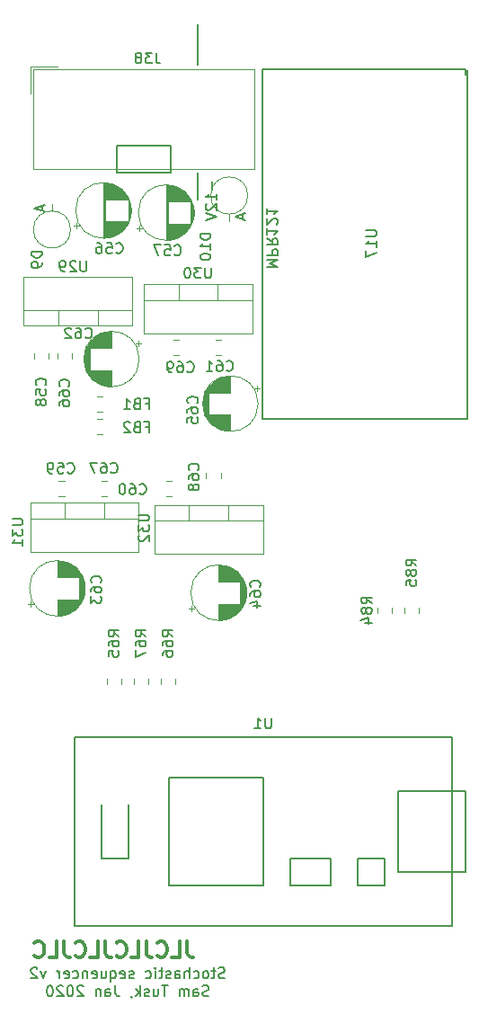
<source format=gbr>
G04 #@! TF.GenerationSoftware,KiCad,Pcbnew,(5.0.1)-3*
G04 #@! TF.CreationDate,2020-01-29T22:52:42+00:00*
G04 #@! TF.ProjectId,SSv2 Power Board,5353763220506F77657220426F617264,rev?*
G04 #@! TF.SameCoordinates,Original*
G04 #@! TF.FileFunction,Legend,Bot*
G04 #@! TF.FilePolarity,Positive*
%FSLAX46Y46*%
G04 Gerber Fmt 4.6, Leading zero omitted, Abs format (unit mm)*
G04 Created by KiCad (PCBNEW (5.0.1)-3) date 29/01/2020 22:52:42*
%MOMM*%
%LPD*%
G01*
G04 APERTURE LIST*
%ADD10C,0.180000*%
%ADD11C,0.300000*%
%ADD12C,0.120000*%
%ADD13C,0.150000*%
G04 APERTURE END LIST*
D10*
X110319047Y-113164761D02*
X110176190Y-113212380D01*
X109938095Y-113212380D01*
X109842857Y-113164761D01*
X109795238Y-113117142D01*
X109747619Y-113021904D01*
X109747619Y-112926666D01*
X109795238Y-112831428D01*
X109842857Y-112783809D01*
X109938095Y-112736190D01*
X110128571Y-112688571D01*
X110223809Y-112640952D01*
X110271428Y-112593333D01*
X110319047Y-112498095D01*
X110319047Y-112402857D01*
X110271428Y-112307619D01*
X110223809Y-112260000D01*
X110128571Y-112212380D01*
X109890476Y-112212380D01*
X109747619Y-112260000D01*
X109461904Y-112545714D02*
X109080952Y-112545714D01*
X109319047Y-112212380D02*
X109319047Y-113069523D01*
X109271428Y-113164761D01*
X109176190Y-113212380D01*
X109080952Y-113212380D01*
X108604761Y-113212380D02*
X108700000Y-113164761D01*
X108747619Y-113117142D01*
X108795238Y-113021904D01*
X108795238Y-112736190D01*
X108747619Y-112640952D01*
X108700000Y-112593333D01*
X108604761Y-112545714D01*
X108461904Y-112545714D01*
X108366666Y-112593333D01*
X108319047Y-112640952D01*
X108271428Y-112736190D01*
X108271428Y-113021904D01*
X108319047Y-113117142D01*
X108366666Y-113164761D01*
X108461904Y-113212380D01*
X108604761Y-113212380D01*
X107414285Y-113164761D02*
X107509523Y-113212380D01*
X107700000Y-113212380D01*
X107795238Y-113164761D01*
X107842857Y-113117142D01*
X107890476Y-113021904D01*
X107890476Y-112736190D01*
X107842857Y-112640952D01*
X107795238Y-112593333D01*
X107700000Y-112545714D01*
X107509523Y-112545714D01*
X107414285Y-112593333D01*
X106985714Y-113212380D02*
X106985714Y-112212380D01*
X106557142Y-113212380D02*
X106557142Y-112688571D01*
X106604761Y-112593333D01*
X106700000Y-112545714D01*
X106842857Y-112545714D01*
X106938095Y-112593333D01*
X106985714Y-112640952D01*
X105652380Y-113212380D02*
X105652380Y-112688571D01*
X105700000Y-112593333D01*
X105795238Y-112545714D01*
X105985714Y-112545714D01*
X106080952Y-112593333D01*
X105652380Y-113164761D02*
X105747619Y-113212380D01*
X105985714Y-113212380D01*
X106080952Y-113164761D01*
X106128571Y-113069523D01*
X106128571Y-112974285D01*
X106080952Y-112879047D01*
X105985714Y-112831428D01*
X105747619Y-112831428D01*
X105652380Y-112783809D01*
X105223809Y-113164761D02*
X105128571Y-113212380D01*
X104938095Y-113212380D01*
X104842857Y-113164761D01*
X104795238Y-113069523D01*
X104795238Y-113021904D01*
X104842857Y-112926666D01*
X104938095Y-112879047D01*
X105080952Y-112879047D01*
X105176190Y-112831428D01*
X105223809Y-112736190D01*
X105223809Y-112688571D01*
X105176190Y-112593333D01*
X105080952Y-112545714D01*
X104938095Y-112545714D01*
X104842857Y-112593333D01*
X104509523Y-112545714D02*
X104128571Y-112545714D01*
X104366666Y-112212380D02*
X104366666Y-113069523D01*
X104319047Y-113164761D01*
X104223809Y-113212380D01*
X104128571Y-113212380D01*
X103795238Y-113212380D02*
X103795238Y-112545714D01*
X103795238Y-112212380D02*
X103842857Y-112260000D01*
X103795238Y-112307619D01*
X103747619Y-112260000D01*
X103795238Y-112212380D01*
X103795238Y-112307619D01*
X102890476Y-113164761D02*
X102985714Y-113212380D01*
X103176190Y-113212380D01*
X103271428Y-113164761D01*
X103319047Y-113117142D01*
X103366666Y-113021904D01*
X103366666Y-112736190D01*
X103319047Y-112640952D01*
X103271428Y-112593333D01*
X103176190Y-112545714D01*
X102985714Y-112545714D01*
X102890476Y-112593333D01*
X101747619Y-113164761D02*
X101652380Y-113212380D01*
X101461904Y-113212380D01*
X101366666Y-113164761D01*
X101319047Y-113069523D01*
X101319047Y-113021904D01*
X101366666Y-112926666D01*
X101461904Y-112879047D01*
X101604761Y-112879047D01*
X101700000Y-112831428D01*
X101747619Y-112736190D01*
X101747619Y-112688571D01*
X101700000Y-112593333D01*
X101604761Y-112545714D01*
X101461904Y-112545714D01*
X101366666Y-112593333D01*
X100509523Y-113164761D02*
X100604761Y-113212380D01*
X100795238Y-113212380D01*
X100890476Y-113164761D01*
X100938095Y-113069523D01*
X100938095Y-112688571D01*
X100890476Y-112593333D01*
X100795238Y-112545714D01*
X100604761Y-112545714D01*
X100509523Y-112593333D01*
X100461904Y-112688571D01*
X100461904Y-112783809D01*
X100938095Y-112879047D01*
X99604761Y-112545714D02*
X99604761Y-113545714D01*
X99604761Y-113164761D02*
X99700000Y-113212380D01*
X99890476Y-113212380D01*
X99985714Y-113164761D01*
X100033333Y-113117142D01*
X100080952Y-113021904D01*
X100080952Y-112736190D01*
X100033333Y-112640952D01*
X99985714Y-112593333D01*
X99890476Y-112545714D01*
X99700000Y-112545714D01*
X99604761Y-112593333D01*
X98700000Y-112545714D02*
X98700000Y-113212380D01*
X99128571Y-112545714D02*
X99128571Y-113069523D01*
X99080952Y-113164761D01*
X98985714Y-113212380D01*
X98842857Y-113212380D01*
X98747619Y-113164761D01*
X98700000Y-113117142D01*
X97842857Y-113164761D02*
X97938095Y-113212380D01*
X98128571Y-113212380D01*
X98223809Y-113164761D01*
X98271428Y-113069523D01*
X98271428Y-112688571D01*
X98223809Y-112593333D01*
X98128571Y-112545714D01*
X97938095Y-112545714D01*
X97842857Y-112593333D01*
X97795238Y-112688571D01*
X97795238Y-112783809D01*
X98271428Y-112879047D01*
X97366666Y-112545714D02*
X97366666Y-113212380D01*
X97366666Y-112640952D02*
X97319047Y-112593333D01*
X97223809Y-112545714D01*
X97080952Y-112545714D01*
X96985714Y-112593333D01*
X96938095Y-112688571D01*
X96938095Y-113212380D01*
X96033333Y-113164761D02*
X96128571Y-113212380D01*
X96319047Y-113212380D01*
X96414285Y-113164761D01*
X96461904Y-113117142D01*
X96509523Y-113021904D01*
X96509523Y-112736190D01*
X96461904Y-112640952D01*
X96414285Y-112593333D01*
X96319047Y-112545714D01*
X96128571Y-112545714D01*
X96033333Y-112593333D01*
X95223809Y-113164761D02*
X95319047Y-113212380D01*
X95509523Y-113212380D01*
X95604761Y-113164761D01*
X95652380Y-113069523D01*
X95652380Y-112688571D01*
X95604761Y-112593333D01*
X95509523Y-112545714D01*
X95319047Y-112545714D01*
X95223809Y-112593333D01*
X95176190Y-112688571D01*
X95176190Y-112783809D01*
X95652380Y-112879047D01*
X94747619Y-113212380D02*
X94747619Y-112545714D01*
X94747619Y-112736190D02*
X94700000Y-112640952D01*
X94652380Y-112593333D01*
X94557142Y-112545714D01*
X94461904Y-112545714D01*
X93461904Y-112545714D02*
X93223809Y-113212380D01*
X92985714Y-112545714D01*
X92652380Y-112307619D02*
X92604761Y-112260000D01*
X92509523Y-112212380D01*
X92271428Y-112212380D01*
X92176190Y-112260000D01*
X92128571Y-112307619D01*
X92080952Y-112402857D01*
X92080952Y-112498095D01*
X92128571Y-112640952D01*
X92700000Y-113212380D01*
X92080952Y-113212380D01*
X108819047Y-114844761D02*
X108676190Y-114892380D01*
X108438095Y-114892380D01*
X108342857Y-114844761D01*
X108295238Y-114797142D01*
X108247619Y-114701904D01*
X108247619Y-114606666D01*
X108295238Y-114511428D01*
X108342857Y-114463809D01*
X108438095Y-114416190D01*
X108628571Y-114368571D01*
X108723809Y-114320952D01*
X108771428Y-114273333D01*
X108819047Y-114178095D01*
X108819047Y-114082857D01*
X108771428Y-113987619D01*
X108723809Y-113940000D01*
X108628571Y-113892380D01*
X108390476Y-113892380D01*
X108247619Y-113940000D01*
X107390476Y-114892380D02*
X107390476Y-114368571D01*
X107438095Y-114273333D01*
X107533333Y-114225714D01*
X107723809Y-114225714D01*
X107819047Y-114273333D01*
X107390476Y-114844761D02*
X107485714Y-114892380D01*
X107723809Y-114892380D01*
X107819047Y-114844761D01*
X107866666Y-114749523D01*
X107866666Y-114654285D01*
X107819047Y-114559047D01*
X107723809Y-114511428D01*
X107485714Y-114511428D01*
X107390476Y-114463809D01*
X106914285Y-114892380D02*
X106914285Y-114225714D01*
X106914285Y-114320952D02*
X106866666Y-114273333D01*
X106771428Y-114225714D01*
X106628571Y-114225714D01*
X106533333Y-114273333D01*
X106485714Y-114368571D01*
X106485714Y-114892380D01*
X106485714Y-114368571D02*
X106438095Y-114273333D01*
X106342857Y-114225714D01*
X106200000Y-114225714D01*
X106104761Y-114273333D01*
X106057142Y-114368571D01*
X106057142Y-114892380D01*
X104961904Y-113892380D02*
X104390476Y-113892380D01*
X104676190Y-114892380D02*
X104676190Y-113892380D01*
X103628571Y-114225714D02*
X103628571Y-114892380D01*
X104057142Y-114225714D02*
X104057142Y-114749523D01*
X104009523Y-114844761D01*
X103914285Y-114892380D01*
X103771428Y-114892380D01*
X103676190Y-114844761D01*
X103628571Y-114797142D01*
X103200000Y-114844761D02*
X103104761Y-114892380D01*
X102914285Y-114892380D01*
X102819047Y-114844761D01*
X102771428Y-114749523D01*
X102771428Y-114701904D01*
X102819047Y-114606666D01*
X102914285Y-114559047D01*
X103057142Y-114559047D01*
X103152380Y-114511428D01*
X103200000Y-114416190D01*
X103200000Y-114368571D01*
X103152380Y-114273333D01*
X103057142Y-114225714D01*
X102914285Y-114225714D01*
X102819047Y-114273333D01*
X102342857Y-114892380D02*
X102342857Y-113892380D01*
X102247619Y-114511428D02*
X101961904Y-114892380D01*
X101961904Y-114225714D02*
X102342857Y-114606666D01*
X101485714Y-114844761D02*
X101485714Y-114892380D01*
X101533333Y-114987619D01*
X101580952Y-115035238D01*
X100009523Y-113892380D02*
X100009523Y-114606666D01*
X100057142Y-114749523D01*
X100152380Y-114844761D01*
X100295238Y-114892380D01*
X100390476Y-114892380D01*
X99104761Y-114892380D02*
X99104761Y-114368571D01*
X99152380Y-114273333D01*
X99247619Y-114225714D01*
X99438095Y-114225714D01*
X99533333Y-114273333D01*
X99104761Y-114844761D02*
X99200000Y-114892380D01*
X99438095Y-114892380D01*
X99533333Y-114844761D01*
X99580952Y-114749523D01*
X99580952Y-114654285D01*
X99533333Y-114559047D01*
X99438095Y-114511428D01*
X99200000Y-114511428D01*
X99104761Y-114463809D01*
X98628571Y-114225714D02*
X98628571Y-114892380D01*
X98628571Y-114320952D02*
X98580952Y-114273333D01*
X98485714Y-114225714D01*
X98342857Y-114225714D01*
X98247619Y-114273333D01*
X98200000Y-114368571D01*
X98200000Y-114892380D01*
X97009523Y-113987619D02*
X96961904Y-113940000D01*
X96866666Y-113892380D01*
X96628571Y-113892380D01*
X96533333Y-113940000D01*
X96485714Y-113987619D01*
X96438095Y-114082857D01*
X96438095Y-114178095D01*
X96485714Y-114320952D01*
X97057142Y-114892380D01*
X96438095Y-114892380D01*
X95819047Y-113892380D02*
X95723809Y-113892380D01*
X95628571Y-113940000D01*
X95580952Y-113987619D01*
X95533333Y-114082857D01*
X95485714Y-114273333D01*
X95485714Y-114511428D01*
X95533333Y-114701904D01*
X95580952Y-114797142D01*
X95628571Y-114844761D01*
X95723809Y-114892380D01*
X95819047Y-114892380D01*
X95914285Y-114844761D01*
X95961904Y-114797142D01*
X96009523Y-114701904D01*
X96057142Y-114511428D01*
X96057142Y-114273333D01*
X96009523Y-114082857D01*
X95961904Y-113987619D01*
X95914285Y-113940000D01*
X95819047Y-113892380D01*
X95104761Y-113987619D02*
X95057142Y-113940000D01*
X94961904Y-113892380D01*
X94723809Y-113892380D01*
X94628571Y-113940000D01*
X94580952Y-113987619D01*
X94533333Y-114082857D01*
X94533333Y-114178095D01*
X94580952Y-114320952D01*
X95152380Y-114892380D01*
X94533333Y-114892380D01*
X93914285Y-113892380D02*
X93819047Y-113892380D01*
X93723809Y-113940000D01*
X93676190Y-113987619D01*
X93628571Y-114082857D01*
X93580952Y-114273333D01*
X93580952Y-114511428D01*
X93628571Y-114701904D01*
X93676190Y-114797142D01*
X93723809Y-114844761D01*
X93819047Y-114892380D01*
X93914285Y-114892380D01*
X94009523Y-114844761D01*
X94057142Y-114797142D01*
X94104761Y-114701904D01*
X94152380Y-114511428D01*
X94152380Y-114273333D01*
X94104761Y-114082857D01*
X94057142Y-113987619D01*
X94009523Y-113940000D01*
X93914285Y-113892380D01*
D11*
X106778571Y-109728571D02*
X106778571Y-110800000D01*
X106850000Y-111014285D01*
X106992857Y-111157142D01*
X107207142Y-111228571D01*
X107350000Y-111228571D01*
X105350000Y-111228571D02*
X106064285Y-111228571D01*
X106064285Y-109728571D01*
X103992857Y-111085714D02*
X104064285Y-111157142D01*
X104278571Y-111228571D01*
X104421428Y-111228571D01*
X104635714Y-111157142D01*
X104778571Y-111014285D01*
X104850000Y-110871428D01*
X104921428Y-110585714D01*
X104921428Y-110371428D01*
X104850000Y-110085714D01*
X104778571Y-109942857D01*
X104635714Y-109800000D01*
X104421428Y-109728571D01*
X104278571Y-109728571D01*
X104064285Y-109800000D01*
X103992857Y-109871428D01*
X102921428Y-109728571D02*
X102921428Y-110800000D01*
X102992857Y-111014285D01*
X103135714Y-111157142D01*
X103350000Y-111228571D01*
X103492857Y-111228571D01*
X101492857Y-111228571D02*
X102207142Y-111228571D01*
X102207142Y-109728571D01*
X100135714Y-111085714D02*
X100207142Y-111157142D01*
X100421428Y-111228571D01*
X100564285Y-111228571D01*
X100778571Y-111157142D01*
X100921428Y-111014285D01*
X100992857Y-110871428D01*
X101064285Y-110585714D01*
X101064285Y-110371428D01*
X100992857Y-110085714D01*
X100921428Y-109942857D01*
X100778571Y-109800000D01*
X100564285Y-109728571D01*
X100421428Y-109728571D01*
X100207142Y-109800000D01*
X100135714Y-109871428D01*
X99064285Y-109728571D02*
X99064285Y-110800000D01*
X99135714Y-111014285D01*
X99278571Y-111157142D01*
X99492857Y-111228571D01*
X99635714Y-111228571D01*
X97635714Y-111228571D02*
X98350000Y-111228571D01*
X98350000Y-109728571D01*
X96278571Y-111085714D02*
X96350000Y-111157142D01*
X96564285Y-111228571D01*
X96707142Y-111228571D01*
X96921428Y-111157142D01*
X97064285Y-111014285D01*
X97135714Y-110871428D01*
X97207142Y-110585714D01*
X97207142Y-110371428D01*
X97135714Y-110085714D01*
X97064285Y-109942857D01*
X96921428Y-109800000D01*
X96707142Y-109728571D01*
X96564285Y-109728571D01*
X96350000Y-109800000D01*
X96278571Y-109871428D01*
X95207142Y-109728571D02*
X95207142Y-110800000D01*
X95278571Y-111014285D01*
X95421428Y-111157142D01*
X95635714Y-111228571D01*
X95778571Y-111228571D01*
X93778571Y-111228571D02*
X94492857Y-111228571D01*
X94492857Y-109728571D01*
X92421428Y-111085714D02*
X92492857Y-111157142D01*
X92707142Y-111228571D01*
X92850000Y-111228571D01*
X93064285Y-111157142D01*
X93207142Y-111014285D01*
X93278571Y-110871428D01*
X93350000Y-110585714D01*
X93350000Y-110371428D01*
X93278571Y-110085714D01*
X93207142Y-109942857D01*
X93064285Y-109800000D01*
X92850000Y-109728571D01*
X92707142Y-109728571D01*
X92492857Y-109800000D01*
X92421428Y-109871428D01*
D12*
G04 #@! TO.C,C58*
X93771192Y-54323787D02*
X93771192Y-54846291D01*
X92351192Y-54323787D02*
X92351192Y-54846291D01*
G04 #@! TO.C,C59*
X94699940Y-66375039D02*
X95222444Y-66375039D01*
X94699940Y-67795039D02*
X95222444Y-67795039D01*
G04 #@! TO.C,C60*
X105322444Y-67795039D02*
X104799940Y-67795039D01*
X105322444Y-66375039D02*
X104799940Y-66375039D01*
G04 #@! TO.C,C61*
X110022444Y-54495039D02*
X109499940Y-54495039D01*
X110022444Y-53075039D02*
X109499940Y-53075039D01*
G04 #@! TO.C,C62*
X102215967Y-53160039D02*
X102215967Y-53660039D01*
X102465967Y-53410039D02*
X101965967Y-53410039D01*
X97060192Y-54601039D02*
X97060192Y-55169039D01*
X97100192Y-54367039D02*
X97100192Y-55403039D01*
X97140192Y-54208039D02*
X97140192Y-55562039D01*
X97180192Y-54080039D02*
X97180192Y-55690039D01*
X97220192Y-53970039D02*
X97220192Y-55800039D01*
X97260192Y-53874039D02*
X97260192Y-55896039D01*
X97300192Y-53787039D02*
X97300192Y-55983039D01*
X97340192Y-53707039D02*
X97340192Y-56063039D01*
X97380192Y-53634039D02*
X97380192Y-56136039D01*
X97420192Y-53566039D02*
X97420192Y-56204039D01*
X97460192Y-53502039D02*
X97460192Y-56268039D01*
X97500192Y-53442039D02*
X97500192Y-56328039D01*
X97540192Y-53385039D02*
X97540192Y-56385039D01*
X97580192Y-53331039D02*
X97580192Y-56439039D01*
X97620192Y-53280039D02*
X97620192Y-56490039D01*
X97660192Y-55925039D02*
X97660192Y-56538039D01*
X97660192Y-53232039D02*
X97660192Y-53845039D01*
X97700192Y-55925039D02*
X97700192Y-56584039D01*
X97700192Y-53186039D02*
X97700192Y-53845039D01*
X97740192Y-55925039D02*
X97740192Y-56628039D01*
X97740192Y-53142039D02*
X97740192Y-53845039D01*
X97780192Y-55925039D02*
X97780192Y-56670039D01*
X97780192Y-53100039D02*
X97780192Y-53845039D01*
X97820192Y-55925039D02*
X97820192Y-56711039D01*
X97820192Y-53059039D02*
X97820192Y-53845039D01*
X97860192Y-55925039D02*
X97860192Y-56749039D01*
X97860192Y-53021039D02*
X97860192Y-53845039D01*
X97900192Y-55925039D02*
X97900192Y-56786039D01*
X97900192Y-52984039D02*
X97900192Y-53845039D01*
X97940192Y-55925039D02*
X97940192Y-56822039D01*
X97940192Y-52948039D02*
X97940192Y-53845039D01*
X97980192Y-55925039D02*
X97980192Y-56856039D01*
X97980192Y-52914039D02*
X97980192Y-53845039D01*
X98020192Y-55925039D02*
X98020192Y-56889039D01*
X98020192Y-52881039D02*
X98020192Y-53845039D01*
X98060192Y-55925039D02*
X98060192Y-56920039D01*
X98060192Y-52850039D02*
X98060192Y-53845039D01*
X98100192Y-55925039D02*
X98100192Y-56950039D01*
X98100192Y-52820039D02*
X98100192Y-53845039D01*
X98140192Y-55925039D02*
X98140192Y-56980039D01*
X98140192Y-52790039D02*
X98140192Y-53845039D01*
X98180192Y-55925039D02*
X98180192Y-57007039D01*
X98180192Y-52763039D02*
X98180192Y-53845039D01*
X98220192Y-55925039D02*
X98220192Y-57034039D01*
X98220192Y-52736039D02*
X98220192Y-53845039D01*
X98260192Y-55925039D02*
X98260192Y-57060039D01*
X98260192Y-52710039D02*
X98260192Y-53845039D01*
X98300192Y-55925039D02*
X98300192Y-57085039D01*
X98300192Y-52685039D02*
X98300192Y-53845039D01*
X98340192Y-55925039D02*
X98340192Y-57109039D01*
X98340192Y-52661039D02*
X98340192Y-53845039D01*
X98380192Y-55925039D02*
X98380192Y-57132039D01*
X98380192Y-52638039D02*
X98380192Y-53845039D01*
X98420192Y-55925039D02*
X98420192Y-57153039D01*
X98420192Y-52617039D02*
X98420192Y-53845039D01*
X98460192Y-55925039D02*
X98460192Y-57175039D01*
X98460192Y-52595039D02*
X98460192Y-53845039D01*
X98500192Y-55925039D02*
X98500192Y-57195039D01*
X98500192Y-52575039D02*
X98500192Y-53845039D01*
X98540192Y-55925039D02*
X98540192Y-57214039D01*
X98540192Y-52556039D02*
X98540192Y-53845039D01*
X98580192Y-55925039D02*
X98580192Y-57233039D01*
X98580192Y-52537039D02*
X98580192Y-53845039D01*
X98620192Y-55925039D02*
X98620192Y-57250039D01*
X98620192Y-52520039D02*
X98620192Y-53845039D01*
X98660192Y-55925039D02*
X98660192Y-57267039D01*
X98660192Y-52503039D02*
X98660192Y-53845039D01*
X98700192Y-55925039D02*
X98700192Y-57283039D01*
X98700192Y-52487039D02*
X98700192Y-53845039D01*
X98740192Y-55925039D02*
X98740192Y-57299039D01*
X98740192Y-52471039D02*
X98740192Y-53845039D01*
X98780192Y-55925039D02*
X98780192Y-57313039D01*
X98780192Y-52457039D02*
X98780192Y-53845039D01*
X98820192Y-55925039D02*
X98820192Y-57327039D01*
X98820192Y-52443039D02*
X98820192Y-53845039D01*
X98860192Y-55925039D02*
X98860192Y-57340039D01*
X98860192Y-52430039D02*
X98860192Y-53845039D01*
X98900192Y-55925039D02*
X98900192Y-57353039D01*
X98900192Y-52417039D02*
X98900192Y-53845039D01*
X98940192Y-55925039D02*
X98940192Y-57365039D01*
X98940192Y-52405039D02*
X98940192Y-53845039D01*
X98981192Y-55925039D02*
X98981192Y-57376039D01*
X98981192Y-52394039D02*
X98981192Y-53845039D01*
X99021192Y-55925039D02*
X99021192Y-57386039D01*
X99021192Y-52384039D02*
X99021192Y-53845039D01*
X99061192Y-55925039D02*
X99061192Y-57396039D01*
X99061192Y-52374039D02*
X99061192Y-53845039D01*
X99101192Y-55925039D02*
X99101192Y-57405039D01*
X99101192Y-52365039D02*
X99101192Y-53845039D01*
X99141192Y-55925039D02*
X99141192Y-57413039D01*
X99141192Y-52357039D02*
X99141192Y-53845039D01*
X99181192Y-55925039D02*
X99181192Y-57421039D01*
X99181192Y-52349039D02*
X99181192Y-53845039D01*
X99221192Y-55925039D02*
X99221192Y-57428039D01*
X99221192Y-52342039D02*
X99221192Y-53845039D01*
X99261192Y-55925039D02*
X99261192Y-57435039D01*
X99261192Y-52335039D02*
X99261192Y-53845039D01*
X99301192Y-55925039D02*
X99301192Y-57441039D01*
X99301192Y-52329039D02*
X99301192Y-53845039D01*
X99341192Y-55925039D02*
X99341192Y-57446039D01*
X99341192Y-52324039D02*
X99341192Y-53845039D01*
X99381192Y-55925039D02*
X99381192Y-57450039D01*
X99381192Y-52320039D02*
X99381192Y-53845039D01*
X99421192Y-55925039D02*
X99421192Y-57454039D01*
X99421192Y-52316039D02*
X99421192Y-53845039D01*
X99461192Y-55925039D02*
X99461192Y-57458039D01*
X99461192Y-52312039D02*
X99461192Y-53845039D01*
X99501192Y-55925039D02*
X99501192Y-57461039D01*
X99501192Y-52309039D02*
X99501192Y-53845039D01*
X99541192Y-55925039D02*
X99541192Y-57463039D01*
X99541192Y-52307039D02*
X99541192Y-53845039D01*
X99581192Y-55925039D02*
X99581192Y-57464039D01*
X99581192Y-52306039D02*
X99581192Y-53845039D01*
X99621192Y-52305039D02*
X99621192Y-53845039D01*
X99621192Y-55925039D02*
X99621192Y-57465039D01*
X99661192Y-52305039D02*
X99661192Y-53845039D01*
X99661192Y-55925039D02*
X99661192Y-57465039D01*
X102281192Y-54885039D02*
G75*
G03X102281192Y-54885039I-2620000J0D01*
G01*
G04 #@! TO.C,C63*
X92006417Y-78210039D02*
X92006417Y-77710039D01*
X91756417Y-77960039D02*
X92256417Y-77960039D01*
X97162192Y-76769039D02*
X97162192Y-76201039D01*
X97122192Y-77003039D02*
X97122192Y-75967039D01*
X97082192Y-77162039D02*
X97082192Y-75808039D01*
X97042192Y-77290039D02*
X97042192Y-75680039D01*
X97002192Y-77400039D02*
X97002192Y-75570039D01*
X96962192Y-77496039D02*
X96962192Y-75474039D01*
X96922192Y-77583039D02*
X96922192Y-75387039D01*
X96882192Y-77663039D02*
X96882192Y-75307039D01*
X96842192Y-77736039D02*
X96842192Y-75234039D01*
X96802192Y-77804039D02*
X96802192Y-75166039D01*
X96762192Y-77868039D02*
X96762192Y-75102039D01*
X96722192Y-77928039D02*
X96722192Y-75042039D01*
X96682192Y-77985039D02*
X96682192Y-74985039D01*
X96642192Y-78039039D02*
X96642192Y-74931039D01*
X96602192Y-78090039D02*
X96602192Y-74880039D01*
X96562192Y-75445039D02*
X96562192Y-74832039D01*
X96562192Y-78138039D02*
X96562192Y-77525039D01*
X96522192Y-75445039D02*
X96522192Y-74786039D01*
X96522192Y-78184039D02*
X96522192Y-77525039D01*
X96482192Y-75445039D02*
X96482192Y-74742039D01*
X96482192Y-78228039D02*
X96482192Y-77525039D01*
X96442192Y-75445039D02*
X96442192Y-74700039D01*
X96442192Y-78270039D02*
X96442192Y-77525039D01*
X96402192Y-75445039D02*
X96402192Y-74659039D01*
X96402192Y-78311039D02*
X96402192Y-77525039D01*
X96362192Y-75445039D02*
X96362192Y-74621039D01*
X96362192Y-78349039D02*
X96362192Y-77525039D01*
X96322192Y-75445039D02*
X96322192Y-74584039D01*
X96322192Y-78386039D02*
X96322192Y-77525039D01*
X96282192Y-75445039D02*
X96282192Y-74548039D01*
X96282192Y-78422039D02*
X96282192Y-77525039D01*
X96242192Y-75445039D02*
X96242192Y-74514039D01*
X96242192Y-78456039D02*
X96242192Y-77525039D01*
X96202192Y-75445039D02*
X96202192Y-74481039D01*
X96202192Y-78489039D02*
X96202192Y-77525039D01*
X96162192Y-75445039D02*
X96162192Y-74450039D01*
X96162192Y-78520039D02*
X96162192Y-77525039D01*
X96122192Y-75445039D02*
X96122192Y-74420039D01*
X96122192Y-78550039D02*
X96122192Y-77525039D01*
X96082192Y-75445039D02*
X96082192Y-74390039D01*
X96082192Y-78580039D02*
X96082192Y-77525039D01*
X96042192Y-75445039D02*
X96042192Y-74363039D01*
X96042192Y-78607039D02*
X96042192Y-77525039D01*
X96002192Y-75445039D02*
X96002192Y-74336039D01*
X96002192Y-78634039D02*
X96002192Y-77525039D01*
X95962192Y-75445039D02*
X95962192Y-74310039D01*
X95962192Y-78660039D02*
X95962192Y-77525039D01*
X95922192Y-75445039D02*
X95922192Y-74285039D01*
X95922192Y-78685039D02*
X95922192Y-77525039D01*
X95882192Y-75445039D02*
X95882192Y-74261039D01*
X95882192Y-78709039D02*
X95882192Y-77525039D01*
X95842192Y-75445039D02*
X95842192Y-74238039D01*
X95842192Y-78732039D02*
X95842192Y-77525039D01*
X95802192Y-75445039D02*
X95802192Y-74217039D01*
X95802192Y-78753039D02*
X95802192Y-77525039D01*
X95762192Y-75445039D02*
X95762192Y-74195039D01*
X95762192Y-78775039D02*
X95762192Y-77525039D01*
X95722192Y-75445039D02*
X95722192Y-74175039D01*
X95722192Y-78795039D02*
X95722192Y-77525039D01*
X95682192Y-75445039D02*
X95682192Y-74156039D01*
X95682192Y-78814039D02*
X95682192Y-77525039D01*
X95642192Y-75445039D02*
X95642192Y-74137039D01*
X95642192Y-78833039D02*
X95642192Y-77525039D01*
X95602192Y-75445039D02*
X95602192Y-74120039D01*
X95602192Y-78850039D02*
X95602192Y-77525039D01*
X95562192Y-75445039D02*
X95562192Y-74103039D01*
X95562192Y-78867039D02*
X95562192Y-77525039D01*
X95522192Y-75445039D02*
X95522192Y-74087039D01*
X95522192Y-78883039D02*
X95522192Y-77525039D01*
X95482192Y-75445039D02*
X95482192Y-74071039D01*
X95482192Y-78899039D02*
X95482192Y-77525039D01*
X95442192Y-75445039D02*
X95442192Y-74057039D01*
X95442192Y-78913039D02*
X95442192Y-77525039D01*
X95402192Y-75445039D02*
X95402192Y-74043039D01*
X95402192Y-78927039D02*
X95402192Y-77525039D01*
X95362192Y-75445039D02*
X95362192Y-74030039D01*
X95362192Y-78940039D02*
X95362192Y-77525039D01*
X95322192Y-75445039D02*
X95322192Y-74017039D01*
X95322192Y-78953039D02*
X95322192Y-77525039D01*
X95282192Y-75445039D02*
X95282192Y-74005039D01*
X95282192Y-78965039D02*
X95282192Y-77525039D01*
X95241192Y-75445039D02*
X95241192Y-73994039D01*
X95241192Y-78976039D02*
X95241192Y-77525039D01*
X95201192Y-75445039D02*
X95201192Y-73984039D01*
X95201192Y-78986039D02*
X95201192Y-77525039D01*
X95161192Y-75445039D02*
X95161192Y-73974039D01*
X95161192Y-78996039D02*
X95161192Y-77525039D01*
X95121192Y-75445039D02*
X95121192Y-73965039D01*
X95121192Y-79005039D02*
X95121192Y-77525039D01*
X95081192Y-75445039D02*
X95081192Y-73957039D01*
X95081192Y-79013039D02*
X95081192Y-77525039D01*
X95041192Y-75445039D02*
X95041192Y-73949039D01*
X95041192Y-79021039D02*
X95041192Y-77525039D01*
X95001192Y-75445039D02*
X95001192Y-73942039D01*
X95001192Y-79028039D02*
X95001192Y-77525039D01*
X94961192Y-75445039D02*
X94961192Y-73935039D01*
X94961192Y-79035039D02*
X94961192Y-77525039D01*
X94921192Y-75445039D02*
X94921192Y-73929039D01*
X94921192Y-79041039D02*
X94921192Y-77525039D01*
X94881192Y-75445039D02*
X94881192Y-73924039D01*
X94881192Y-79046039D02*
X94881192Y-77525039D01*
X94841192Y-75445039D02*
X94841192Y-73920039D01*
X94841192Y-79050039D02*
X94841192Y-77525039D01*
X94801192Y-75445039D02*
X94801192Y-73916039D01*
X94801192Y-79054039D02*
X94801192Y-77525039D01*
X94761192Y-75445039D02*
X94761192Y-73912039D01*
X94761192Y-79058039D02*
X94761192Y-77525039D01*
X94721192Y-75445039D02*
X94721192Y-73909039D01*
X94721192Y-79061039D02*
X94721192Y-77525039D01*
X94681192Y-75445039D02*
X94681192Y-73907039D01*
X94681192Y-79063039D02*
X94681192Y-77525039D01*
X94641192Y-75445039D02*
X94641192Y-73906039D01*
X94641192Y-79064039D02*
X94641192Y-77525039D01*
X94601192Y-79065039D02*
X94601192Y-77525039D01*
X94601192Y-75445039D02*
X94601192Y-73905039D01*
X94561192Y-79065039D02*
X94561192Y-77525039D01*
X94561192Y-75445039D02*
X94561192Y-73905039D01*
X97181192Y-76485039D02*
G75*
G03X97181192Y-76485039I-2620000J0D01*
G01*
G04 #@! TO.C,C64*
X107206417Y-78610039D02*
X107206417Y-78110039D01*
X106956417Y-78360039D02*
X107456417Y-78360039D01*
X112362192Y-77169039D02*
X112362192Y-76601039D01*
X112322192Y-77403039D02*
X112322192Y-76367039D01*
X112282192Y-77562039D02*
X112282192Y-76208039D01*
X112242192Y-77690039D02*
X112242192Y-76080039D01*
X112202192Y-77800039D02*
X112202192Y-75970039D01*
X112162192Y-77896039D02*
X112162192Y-75874039D01*
X112122192Y-77983039D02*
X112122192Y-75787039D01*
X112082192Y-78063039D02*
X112082192Y-75707039D01*
X112042192Y-78136039D02*
X112042192Y-75634039D01*
X112002192Y-78204039D02*
X112002192Y-75566039D01*
X111962192Y-78268039D02*
X111962192Y-75502039D01*
X111922192Y-78328039D02*
X111922192Y-75442039D01*
X111882192Y-78385039D02*
X111882192Y-75385039D01*
X111842192Y-78439039D02*
X111842192Y-75331039D01*
X111802192Y-78490039D02*
X111802192Y-75280039D01*
X111762192Y-75845039D02*
X111762192Y-75232039D01*
X111762192Y-78538039D02*
X111762192Y-77925039D01*
X111722192Y-75845039D02*
X111722192Y-75186039D01*
X111722192Y-78584039D02*
X111722192Y-77925039D01*
X111682192Y-75845039D02*
X111682192Y-75142039D01*
X111682192Y-78628039D02*
X111682192Y-77925039D01*
X111642192Y-75845039D02*
X111642192Y-75100039D01*
X111642192Y-78670039D02*
X111642192Y-77925039D01*
X111602192Y-75845039D02*
X111602192Y-75059039D01*
X111602192Y-78711039D02*
X111602192Y-77925039D01*
X111562192Y-75845039D02*
X111562192Y-75021039D01*
X111562192Y-78749039D02*
X111562192Y-77925039D01*
X111522192Y-75845039D02*
X111522192Y-74984039D01*
X111522192Y-78786039D02*
X111522192Y-77925039D01*
X111482192Y-75845039D02*
X111482192Y-74948039D01*
X111482192Y-78822039D02*
X111482192Y-77925039D01*
X111442192Y-75845039D02*
X111442192Y-74914039D01*
X111442192Y-78856039D02*
X111442192Y-77925039D01*
X111402192Y-75845039D02*
X111402192Y-74881039D01*
X111402192Y-78889039D02*
X111402192Y-77925039D01*
X111362192Y-75845039D02*
X111362192Y-74850039D01*
X111362192Y-78920039D02*
X111362192Y-77925039D01*
X111322192Y-75845039D02*
X111322192Y-74820039D01*
X111322192Y-78950039D02*
X111322192Y-77925039D01*
X111282192Y-75845039D02*
X111282192Y-74790039D01*
X111282192Y-78980039D02*
X111282192Y-77925039D01*
X111242192Y-75845039D02*
X111242192Y-74763039D01*
X111242192Y-79007039D02*
X111242192Y-77925039D01*
X111202192Y-75845039D02*
X111202192Y-74736039D01*
X111202192Y-79034039D02*
X111202192Y-77925039D01*
X111162192Y-75845039D02*
X111162192Y-74710039D01*
X111162192Y-79060039D02*
X111162192Y-77925039D01*
X111122192Y-75845039D02*
X111122192Y-74685039D01*
X111122192Y-79085039D02*
X111122192Y-77925039D01*
X111082192Y-75845039D02*
X111082192Y-74661039D01*
X111082192Y-79109039D02*
X111082192Y-77925039D01*
X111042192Y-75845039D02*
X111042192Y-74638039D01*
X111042192Y-79132039D02*
X111042192Y-77925039D01*
X111002192Y-75845039D02*
X111002192Y-74617039D01*
X111002192Y-79153039D02*
X111002192Y-77925039D01*
X110962192Y-75845039D02*
X110962192Y-74595039D01*
X110962192Y-79175039D02*
X110962192Y-77925039D01*
X110922192Y-75845039D02*
X110922192Y-74575039D01*
X110922192Y-79195039D02*
X110922192Y-77925039D01*
X110882192Y-75845039D02*
X110882192Y-74556039D01*
X110882192Y-79214039D02*
X110882192Y-77925039D01*
X110842192Y-75845039D02*
X110842192Y-74537039D01*
X110842192Y-79233039D02*
X110842192Y-77925039D01*
X110802192Y-75845039D02*
X110802192Y-74520039D01*
X110802192Y-79250039D02*
X110802192Y-77925039D01*
X110762192Y-75845039D02*
X110762192Y-74503039D01*
X110762192Y-79267039D02*
X110762192Y-77925039D01*
X110722192Y-75845039D02*
X110722192Y-74487039D01*
X110722192Y-79283039D02*
X110722192Y-77925039D01*
X110682192Y-75845039D02*
X110682192Y-74471039D01*
X110682192Y-79299039D02*
X110682192Y-77925039D01*
X110642192Y-75845039D02*
X110642192Y-74457039D01*
X110642192Y-79313039D02*
X110642192Y-77925039D01*
X110602192Y-75845039D02*
X110602192Y-74443039D01*
X110602192Y-79327039D02*
X110602192Y-77925039D01*
X110562192Y-75845039D02*
X110562192Y-74430039D01*
X110562192Y-79340039D02*
X110562192Y-77925039D01*
X110522192Y-75845039D02*
X110522192Y-74417039D01*
X110522192Y-79353039D02*
X110522192Y-77925039D01*
X110482192Y-75845039D02*
X110482192Y-74405039D01*
X110482192Y-79365039D02*
X110482192Y-77925039D01*
X110441192Y-75845039D02*
X110441192Y-74394039D01*
X110441192Y-79376039D02*
X110441192Y-77925039D01*
X110401192Y-75845039D02*
X110401192Y-74384039D01*
X110401192Y-79386039D02*
X110401192Y-77925039D01*
X110361192Y-75845039D02*
X110361192Y-74374039D01*
X110361192Y-79396039D02*
X110361192Y-77925039D01*
X110321192Y-75845039D02*
X110321192Y-74365039D01*
X110321192Y-79405039D02*
X110321192Y-77925039D01*
X110281192Y-75845039D02*
X110281192Y-74357039D01*
X110281192Y-79413039D02*
X110281192Y-77925039D01*
X110241192Y-75845039D02*
X110241192Y-74349039D01*
X110241192Y-79421039D02*
X110241192Y-77925039D01*
X110201192Y-75845039D02*
X110201192Y-74342039D01*
X110201192Y-79428039D02*
X110201192Y-77925039D01*
X110161192Y-75845039D02*
X110161192Y-74335039D01*
X110161192Y-79435039D02*
X110161192Y-77925039D01*
X110121192Y-75845039D02*
X110121192Y-74329039D01*
X110121192Y-79441039D02*
X110121192Y-77925039D01*
X110081192Y-75845039D02*
X110081192Y-74324039D01*
X110081192Y-79446039D02*
X110081192Y-77925039D01*
X110041192Y-75845039D02*
X110041192Y-74320039D01*
X110041192Y-79450039D02*
X110041192Y-77925039D01*
X110001192Y-75845039D02*
X110001192Y-74316039D01*
X110001192Y-79454039D02*
X110001192Y-77925039D01*
X109961192Y-75845039D02*
X109961192Y-74312039D01*
X109961192Y-79458039D02*
X109961192Y-77925039D01*
X109921192Y-75845039D02*
X109921192Y-74309039D01*
X109921192Y-79461039D02*
X109921192Y-77925039D01*
X109881192Y-75845039D02*
X109881192Y-74307039D01*
X109881192Y-79463039D02*
X109881192Y-77925039D01*
X109841192Y-75845039D02*
X109841192Y-74306039D01*
X109841192Y-79464039D02*
X109841192Y-77925039D01*
X109801192Y-79465039D02*
X109801192Y-77925039D01*
X109801192Y-75845039D02*
X109801192Y-74305039D01*
X109761192Y-79465039D02*
X109761192Y-77925039D01*
X109761192Y-75845039D02*
X109761192Y-74305039D01*
X112381192Y-76885039D02*
G75*
G03X112381192Y-76885039I-2620000J0D01*
G01*
G04 #@! TO.C,C65*
X113415967Y-57360039D02*
X113415967Y-57860039D01*
X113665967Y-57610039D02*
X113165967Y-57610039D01*
X108260192Y-58801039D02*
X108260192Y-59369039D01*
X108300192Y-58567039D02*
X108300192Y-59603039D01*
X108340192Y-58408039D02*
X108340192Y-59762039D01*
X108380192Y-58280039D02*
X108380192Y-59890039D01*
X108420192Y-58170039D02*
X108420192Y-60000039D01*
X108460192Y-58074039D02*
X108460192Y-60096039D01*
X108500192Y-57987039D02*
X108500192Y-60183039D01*
X108540192Y-57907039D02*
X108540192Y-60263039D01*
X108580192Y-57834039D02*
X108580192Y-60336039D01*
X108620192Y-57766039D02*
X108620192Y-60404039D01*
X108660192Y-57702039D02*
X108660192Y-60468039D01*
X108700192Y-57642039D02*
X108700192Y-60528039D01*
X108740192Y-57585039D02*
X108740192Y-60585039D01*
X108780192Y-57531039D02*
X108780192Y-60639039D01*
X108820192Y-57480039D02*
X108820192Y-60690039D01*
X108860192Y-60125039D02*
X108860192Y-60738039D01*
X108860192Y-57432039D02*
X108860192Y-58045039D01*
X108900192Y-60125039D02*
X108900192Y-60784039D01*
X108900192Y-57386039D02*
X108900192Y-58045039D01*
X108940192Y-60125039D02*
X108940192Y-60828039D01*
X108940192Y-57342039D02*
X108940192Y-58045039D01*
X108980192Y-60125039D02*
X108980192Y-60870039D01*
X108980192Y-57300039D02*
X108980192Y-58045039D01*
X109020192Y-60125039D02*
X109020192Y-60911039D01*
X109020192Y-57259039D02*
X109020192Y-58045039D01*
X109060192Y-60125039D02*
X109060192Y-60949039D01*
X109060192Y-57221039D02*
X109060192Y-58045039D01*
X109100192Y-60125039D02*
X109100192Y-60986039D01*
X109100192Y-57184039D02*
X109100192Y-58045039D01*
X109140192Y-60125039D02*
X109140192Y-61022039D01*
X109140192Y-57148039D02*
X109140192Y-58045039D01*
X109180192Y-60125039D02*
X109180192Y-61056039D01*
X109180192Y-57114039D02*
X109180192Y-58045039D01*
X109220192Y-60125039D02*
X109220192Y-61089039D01*
X109220192Y-57081039D02*
X109220192Y-58045039D01*
X109260192Y-60125039D02*
X109260192Y-61120039D01*
X109260192Y-57050039D02*
X109260192Y-58045039D01*
X109300192Y-60125039D02*
X109300192Y-61150039D01*
X109300192Y-57020039D02*
X109300192Y-58045039D01*
X109340192Y-60125039D02*
X109340192Y-61180039D01*
X109340192Y-56990039D02*
X109340192Y-58045039D01*
X109380192Y-60125039D02*
X109380192Y-61207039D01*
X109380192Y-56963039D02*
X109380192Y-58045039D01*
X109420192Y-60125039D02*
X109420192Y-61234039D01*
X109420192Y-56936039D02*
X109420192Y-58045039D01*
X109460192Y-60125039D02*
X109460192Y-61260039D01*
X109460192Y-56910039D02*
X109460192Y-58045039D01*
X109500192Y-60125039D02*
X109500192Y-61285039D01*
X109500192Y-56885039D02*
X109500192Y-58045039D01*
X109540192Y-60125039D02*
X109540192Y-61309039D01*
X109540192Y-56861039D02*
X109540192Y-58045039D01*
X109580192Y-60125039D02*
X109580192Y-61332039D01*
X109580192Y-56838039D02*
X109580192Y-58045039D01*
X109620192Y-60125039D02*
X109620192Y-61353039D01*
X109620192Y-56817039D02*
X109620192Y-58045039D01*
X109660192Y-60125039D02*
X109660192Y-61375039D01*
X109660192Y-56795039D02*
X109660192Y-58045039D01*
X109700192Y-60125039D02*
X109700192Y-61395039D01*
X109700192Y-56775039D02*
X109700192Y-58045039D01*
X109740192Y-60125039D02*
X109740192Y-61414039D01*
X109740192Y-56756039D02*
X109740192Y-58045039D01*
X109780192Y-60125039D02*
X109780192Y-61433039D01*
X109780192Y-56737039D02*
X109780192Y-58045039D01*
X109820192Y-60125039D02*
X109820192Y-61450039D01*
X109820192Y-56720039D02*
X109820192Y-58045039D01*
X109860192Y-60125039D02*
X109860192Y-61467039D01*
X109860192Y-56703039D02*
X109860192Y-58045039D01*
X109900192Y-60125039D02*
X109900192Y-61483039D01*
X109900192Y-56687039D02*
X109900192Y-58045039D01*
X109940192Y-60125039D02*
X109940192Y-61499039D01*
X109940192Y-56671039D02*
X109940192Y-58045039D01*
X109980192Y-60125039D02*
X109980192Y-61513039D01*
X109980192Y-56657039D02*
X109980192Y-58045039D01*
X110020192Y-60125039D02*
X110020192Y-61527039D01*
X110020192Y-56643039D02*
X110020192Y-58045039D01*
X110060192Y-60125039D02*
X110060192Y-61540039D01*
X110060192Y-56630039D02*
X110060192Y-58045039D01*
X110100192Y-60125039D02*
X110100192Y-61553039D01*
X110100192Y-56617039D02*
X110100192Y-58045039D01*
X110140192Y-60125039D02*
X110140192Y-61565039D01*
X110140192Y-56605039D02*
X110140192Y-58045039D01*
X110181192Y-60125039D02*
X110181192Y-61576039D01*
X110181192Y-56594039D02*
X110181192Y-58045039D01*
X110221192Y-60125039D02*
X110221192Y-61586039D01*
X110221192Y-56584039D02*
X110221192Y-58045039D01*
X110261192Y-60125039D02*
X110261192Y-61596039D01*
X110261192Y-56574039D02*
X110261192Y-58045039D01*
X110301192Y-60125039D02*
X110301192Y-61605039D01*
X110301192Y-56565039D02*
X110301192Y-58045039D01*
X110341192Y-60125039D02*
X110341192Y-61613039D01*
X110341192Y-56557039D02*
X110341192Y-58045039D01*
X110381192Y-60125039D02*
X110381192Y-61621039D01*
X110381192Y-56549039D02*
X110381192Y-58045039D01*
X110421192Y-60125039D02*
X110421192Y-61628039D01*
X110421192Y-56542039D02*
X110421192Y-58045039D01*
X110461192Y-60125039D02*
X110461192Y-61635039D01*
X110461192Y-56535039D02*
X110461192Y-58045039D01*
X110501192Y-60125039D02*
X110501192Y-61641039D01*
X110501192Y-56529039D02*
X110501192Y-58045039D01*
X110541192Y-60125039D02*
X110541192Y-61646039D01*
X110541192Y-56524039D02*
X110541192Y-58045039D01*
X110581192Y-60125039D02*
X110581192Y-61650039D01*
X110581192Y-56520039D02*
X110581192Y-58045039D01*
X110621192Y-60125039D02*
X110621192Y-61654039D01*
X110621192Y-56516039D02*
X110621192Y-58045039D01*
X110661192Y-60125039D02*
X110661192Y-61658039D01*
X110661192Y-56512039D02*
X110661192Y-58045039D01*
X110701192Y-60125039D02*
X110701192Y-61661039D01*
X110701192Y-56509039D02*
X110701192Y-58045039D01*
X110741192Y-60125039D02*
X110741192Y-61663039D01*
X110741192Y-56507039D02*
X110741192Y-58045039D01*
X110781192Y-60125039D02*
X110781192Y-61664039D01*
X110781192Y-56506039D02*
X110781192Y-58045039D01*
X110821192Y-56505039D02*
X110821192Y-58045039D01*
X110821192Y-60125039D02*
X110821192Y-61665039D01*
X110861192Y-56505039D02*
X110861192Y-58045039D01*
X110861192Y-60125039D02*
X110861192Y-61665039D01*
X113481192Y-59085039D02*
G75*
G03X113481192Y-59085039I-2620000J0D01*
G01*
G04 #@! TO.C,C66*
X95971192Y-54323787D02*
X95971192Y-54846291D01*
X94551192Y-54323787D02*
X94551192Y-54846291D01*
G04 #@! TO.C,C67*
X99222444Y-67795039D02*
X98699940Y-67795039D01*
X99222444Y-66375039D02*
X98699940Y-66375039D01*
G04 #@! TO.C,C68*
X108551192Y-66146291D02*
X108551192Y-65623787D01*
X109971192Y-66146291D02*
X109971192Y-65623787D01*
G04 #@! TO.C,C69*
X106022444Y-54495039D02*
X105499940Y-54495039D01*
X106022444Y-53075039D02*
X105499940Y-53075039D01*
G04 #@! TO.C,D9*
X94061192Y-40934404D02*
X94061192Y-40275039D01*
X95811827Y-42685039D02*
G75*
G03X95811827Y-42685039I-1750635J0D01*
G01*
G04 #@! TO.C,D10*
X110761192Y-41235674D02*
X110761192Y-41895039D01*
X112511827Y-39485039D02*
G75*
G03X112511827Y-39485039I-1750635J0D01*
G01*
G04 #@! TO.C,FB1*
X98283195Y-58436815D02*
X98805699Y-58436815D01*
X98283195Y-59856815D02*
X98805699Y-59856815D01*
G04 #@! TO.C,FB2*
X98283195Y-60536815D02*
X98805699Y-60536815D01*
X98283195Y-61956815D02*
X98805699Y-61956815D01*
D13*
G04 #@! TO.C,J38*
X105268622Y-37360500D02*
X100188622Y-37360500D01*
X105268622Y-34820500D02*
X105268622Y-37360500D01*
X100188622Y-34820500D02*
X105268622Y-34820500D01*
X100188622Y-36090500D02*
X100188622Y-34820500D01*
X100188622Y-37360500D02*
X100188622Y-36090500D01*
X107808622Y-27200500D02*
X107808622Y-23390500D01*
X107808622Y-37360500D02*
X107808622Y-39900500D01*
D12*
X92048622Y-27355500D02*
X92048622Y-29895500D01*
X92048622Y-27355500D02*
X94588622Y-27355500D01*
X92298622Y-27605500D02*
X92298622Y-36955500D01*
X113158622Y-27605500D02*
X92298622Y-27605500D01*
X113158622Y-36955500D02*
X113158622Y-27605500D01*
X92298622Y-36955500D02*
X113158622Y-36955500D01*
D13*
G04 #@! TO.C,U1*
X131741192Y-108275039D02*
X131741192Y-90495039D01*
X96181192Y-108275039D02*
X131741192Y-108275039D01*
X96181192Y-90495039D02*
X96181192Y-108275039D01*
X131741192Y-90495039D02*
X96181192Y-90495039D01*
X105071192Y-104465039D02*
X113961192Y-104465039D01*
X105071192Y-94305039D02*
X113961192Y-94305039D01*
X113961192Y-94305039D02*
X113961192Y-104465039D01*
X105071192Y-104465039D02*
X105071192Y-94305039D01*
X101261192Y-101925039D02*
X101261192Y-96845039D01*
X98721192Y-101925039D02*
X101261192Y-101925039D01*
X98721192Y-96845039D02*
X98721192Y-101925039D01*
X125391192Y-101925039D02*
X125391192Y-104465039D01*
X122851192Y-101925039D02*
X125391192Y-101925039D01*
X122851192Y-104465039D02*
X122851192Y-101925039D01*
X125391192Y-104465039D02*
X122851192Y-104465039D01*
X126661192Y-103195039D02*
X131741192Y-103195039D01*
X126661192Y-95575039D02*
X131741192Y-95575039D01*
X126661192Y-103195039D02*
X126661192Y-95575039D01*
X120311192Y-101925039D02*
X120311192Y-104465039D01*
X116501192Y-101925039D02*
X120311192Y-101925039D01*
X116501192Y-104465039D02*
X116501192Y-101925039D01*
X120311192Y-104465039D02*
X116501192Y-104465039D01*
X133011192Y-95575039D02*
X131741192Y-95575039D01*
X133011192Y-103195039D02*
X133011192Y-95575039D01*
X131741192Y-103195039D02*
X133011192Y-103195039D01*
D12*
G04 #@! TO.C,U29*
X98352192Y-51755039D02*
X98352192Y-50245039D01*
X94651192Y-51755039D02*
X94651192Y-50245039D01*
X91381192Y-50245039D02*
X101621192Y-50245039D01*
X101621192Y-51755039D02*
X101621192Y-47114039D01*
X91381192Y-51755039D02*
X91381192Y-47114039D01*
X91381192Y-47114039D02*
X101621192Y-47114039D01*
X91381192Y-51755039D02*
X101621192Y-51755039D01*
G04 #@! TO.C,U30*
X105970192Y-47815039D02*
X105970192Y-49325039D01*
X109671192Y-47815039D02*
X109671192Y-49325039D01*
X112941192Y-49325039D02*
X102701192Y-49325039D01*
X102701192Y-47815039D02*
X102701192Y-52456039D01*
X112941192Y-47815039D02*
X112941192Y-52456039D01*
X112941192Y-52456039D02*
X102701192Y-52456039D01*
X112941192Y-47815039D02*
X102701192Y-47815039D01*
D13*
G04 #@! TO.C,U17*
X133161192Y-28185039D02*
X133061192Y-28085039D01*
X133061192Y-27585039D02*
X133061192Y-28085039D01*
X113861192Y-27585039D02*
X133061192Y-27585039D01*
X113861192Y-60485039D02*
X113861192Y-27585039D01*
X115561192Y-60485039D02*
X113861192Y-60485039D01*
X133161192Y-60485039D02*
X115561192Y-60485039D01*
X133161192Y-27685039D02*
X133161192Y-60485039D01*
D12*
G04 #@! TO.C,U31*
X95270192Y-68415039D02*
X95270192Y-69925039D01*
X98971192Y-68415039D02*
X98971192Y-69925039D01*
X102241192Y-69925039D02*
X92001192Y-69925039D01*
X92001192Y-68415039D02*
X92001192Y-73056039D01*
X102241192Y-68415039D02*
X102241192Y-73056039D01*
X102241192Y-73056039D02*
X92001192Y-73056039D01*
X102241192Y-68415039D02*
X92001192Y-68415039D01*
G04 #@! TO.C,U32*
X106970192Y-68615039D02*
X106970192Y-70125039D01*
X110671192Y-68615039D02*
X110671192Y-70125039D01*
X113941192Y-70125039D02*
X103701192Y-70125039D01*
X103701192Y-68615039D02*
X103701192Y-73256039D01*
X113941192Y-68615039D02*
X113941192Y-73256039D01*
X113941192Y-73256039D02*
X103701192Y-73256039D01*
X113941192Y-68615039D02*
X103701192Y-68615039D01*
G04 #@! TO.C,R65*
X100623878Y-84957695D02*
X100623878Y-85480199D01*
X99203878Y-84957695D02*
X99203878Y-85480199D01*
G04 #@! TO.C,R66*
X105703878Y-84957695D02*
X105703878Y-85480199D01*
X104283878Y-84957695D02*
X104283878Y-85480199D01*
G04 #@! TO.C,R67*
X103163878Y-84957695D02*
X103163878Y-85480199D01*
X101743878Y-84957695D02*
X101743878Y-85480199D01*
G04 #@! TO.C,R84*
X126111192Y-78287787D02*
X126111192Y-78810291D01*
X124691192Y-78287787D02*
X124691192Y-78810291D01*
G04 #@! TO.C,R85*
X128651192Y-78287787D02*
X128651192Y-78810291D01*
X127231192Y-78287787D02*
X127231192Y-78810291D01*
G04 #@! TO.C,C56*
X96356417Y-42610039D02*
X96356417Y-42110039D01*
X96106417Y-42360039D02*
X96606417Y-42360039D01*
X101512192Y-41169039D02*
X101512192Y-40601039D01*
X101472192Y-41403039D02*
X101472192Y-40367039D01*
X101432192Y-41562039D02*
X101432192Y-40208039D01*
X101392192Y-41690039D02*
X101392192Y-40080039D01*
X101352192Y-41800039D02*
X101352192Y-39970039D01*
X101312192Y-41896039D02*
X101312192Y-39874039D01*
X101272192Y-41983039D02*
X101272192Y-39787039D01*
X101232192Y-42063039D02*
X101232192Y-39707039D01*
X101192192Y-39845039D02*
X101192192Y-39634039D01*
X101192192Y-42136039D02*
X101192192Y-41925039D01*
X101152192Y-39845039D02*
X101152192Y-39566039D01*
X101152192Y-42204039D02*
X101152192Y-41925039D01*
X101112192Y-39845039D02*
X101112192Y-39502039D01*
X101112192Y-42268039D02*
X101112192Y-41925039D01*
X101072192Y-39845039D02*
X101072192Y-39442039D01*
X101072192Y-42328039D02*
X101072192Y-41925039D01*
X101032192Y-39845039D02*
X101032192Y-39385039D01*
X101032192Y-42385039D02*
X101032192Y-41925039D01*
X100992192Y-39845039D02*
X100992192Y-39331039D01*
X100992192Y-42439039D02*
X100992192Y-41925039D01*
X100952192Y-39845039D02*
X100952192Y-39280039D01*
X100952192Y-42490039D02*
X100952192Y-41925039D01*
X100912192Y-39845039D02*
X100912192Y-39232039D01*
X100912192Y-42538039D02*
X100912192Y-41925039D01*
X100872192Y-39845039D02*
X100872192Y-39186039D01*
X100872192Y-42584039D02*
X100872192Y-41925039D01*
X100832192Y-39845039D02*
X100832192Y-39142039D01*
X100832192Y-42628039D02*
X100832192Y-41925039D01*
X100792192Y-39845039D02*
X100792192Y-39100039D01*
X100792192Y-42670039D02*
X100792192Y-41925039D01*
X100752192Y-39845039D02*
X100752192Y-39059039D01*
X100752192Y-42711039D02*
X100752192Y-41925039D01*
X100712192Y-39845039D02*
X100712192Y-39021039D01*
X100712192Y-42749039D02*
X100712192Y-41925039D01*
X100672192Y-39845039D02*
X100672192Y-38984039D01*
X100672192Y-42786039D02*
X100672192Y-41925039D01*
X100632192Y-39845039D02*
X100632192Y-38948039D01*
X100632192Y-42822039D02*
X100632192Y-41925039D01*
X100592192Y-39845039D02*
X100592192Y-38914039D01*
X100592192Y-42856039D02*
X100592192Y-41925039D01*
X100552192Y-39845039D02*
X100552192Y-38881039D01*
X100552192Y-42889039D02*
X100552192Y-41925039D01*
X100512192Y-39845039D02*
X100512192Y-38850039D01*
X100512192Y-42920039D02*
X100512192Y-41925039D01*
X100472192Y-39845039D02*
X100472192Y-38820039D01*
X100472192Y-42950039D02*
X100472192Y-41925039D01*
X100432192Y-39845039D02*
X100432192Y-38790039D01*
X100432192Y-42980039D02*
X100432192Y-41925039D01*
X100392192Y-39845039D02*
X100392192Y-38763039D01*
X100392192Y-43007039D02*
X100392192Y-41925039D01*
X100352192Y-39845039D02*
X100352192Y-38736039D01*
X100352192Y-43034039D02*
X100352192Y-41925039D01*
X100312192Y-39845039D02*
X100312192Y-38710039D01*
X100312192Y-43060039D02*
X100312192Y-41925039D01*
X100272192Y-39845039D02*
X100272192Y-38685039D01*
X100272192Y-43085039D02*
X100272192Y-41925039D01*
X100232192Y-39845039D02*
X100232192Y-38661039D01*
X100232192Y-43109039D02*
X100232192Y-41925039D01*
X100192192Y-39845039D02*
X100192192Y-38638039D01*
X100192192Y-43132039D02*
X100192192Y-41925039D01*
X100152192Y-39845039D02*
X100152192Y-38617039D01*
X100152192Y-43153039D02*
X100152192Y-41925039D01*
X100112192Y-39845039D02*
X100112192Y-38595039D01*
X100112192Y-43175039D02*
X100112192Y-41925039D01*
X100072192Y-39845039D02*
X100072192Y-38575039D01*
X100072192Y-43195039D02*
X100072192Y-41925039D01*
X100032192Y-39845039D02*
X100032192Y-38556039D01*
X100032192Y-43214039D02*
X100032192Y-41925039D01*
X99992192Y-39845039D02*
X99992192Y-38537039D01*
X99992192Y-43233039D02*
X99992192Y-41925039D01*
X99952192Y-39845039D02*
X99952192Y-38520039D01*
X99952192Y-43250039D02*
X99952192Y-41925039D01*
X99912192Y-39845039D02*
X99912192Y-38503039D01*
X99912192Y-43267039D02*
X99912192Y-41925039D01*
X99872192Y-39845039D02*
X99872192Y-38487039D01*
X99872192Y-43283039D02*
X99872192Y-41925039D01*
X99832192Y-39845039D02*
X99832192Y-38471039D01*
X99832192Y-43299039D02*
X99832192Y-41925039D01*
X99792192Y-39845039D02*
X99792192Y-38457039D01*
X99792192Y-43313039D02*
X99792192Y-41925039D01*
X99752192Y-39845039D02*
X99752192Y-38443039D01*
X99752192Y-43327039D02*
X99752192Y-41925039D01*
X99712192Y-39845039D02*
X99712192Y-38430039D01*
X99712192Y-43340039D02*
X99712192Y-41925039D01*
X99672192Y-39845039D02*
X99672192Y-38417039D01*
X99672192Y-43353039D02*
X99672192Y-41925039D01*
X99632192Y-39845039D02*
X99632192Y-38405039D01*
X99632192Y-43365039D02*
X99632192Y-41925039D01*
X99591192Y-39845039D02*
X99591192Y-38394039D01*
X99591192Y-43376039D02*
X99591192Y-41925039D01*
X99551192Y-39845039D02*
X99551192Y-38384039D01*
X99551192Y-43386039D02*
X99551192Y-41925039D01*
X99511192Y-39845039D02*
X99511192Y-38374039D01*
X99511192Y-43396039D02*
X99511192Y-41925039D01*
X99471192Y-39845039D02*
X99471192Y-38365039D01*
X99471192Y-43405039D02*
X99471192Y-41925039D01*
X99431192Y-39845039D02*
X99431192Y-38357039D01*
X99431192Y-43413039D02*
X99431192Y-41925039D01*
X99391192Y-39845039D02*
X99391192Y-38349039D01*
X99391192Y-43421039D02*
X99391192Y-41925039D01*
X99351192Y-39845039D02*
X99351192Y-38342039D01*
X99351192Y-43428039D02*
X99351192Y-41925039D01*
X99311192Y-39845039D02*
X99311192Y-38335039D01*
X99311192Y-43435039D02*
X99311192Y-41925039D01*
X99271192Y-39845039D02*
X99271192Y-38329039D01*
X99271192Y-43441039D02*
X99271192Y-41925039D01*
X99231192Y-39845039D02*
X99231192Y-38324039D01*
X99231192Y-43446039D02*
X99231192Y-41925039D01*
X99191192Y-39845039D02*
X99191192Y-38320039D01*
X99191192Y-43450039D02*
X99191192Y-41925039D01*
X99151192Y-39845039D02*
X99151192Y-38316039D01*
X99151192Y-43454039D02*
X99151192Y-41925039D01*
X99111192Y-43458039D02*
X99111192Y-38312039D01*
X99071192Y-43461039D02*
X99071192Y-38309039D01*
X99031192Y-43463039D02*
X99031192Y-38307039D01*
X98991192Y-43464039D02*
X98991192Y-38306039D01*
X98951192Y-43465039D02*
X98951192Y-38305039D01*
X98911192Y-43465039D02*
X98911192Y-38305039D01*
X101531192Y-40885039D02*
G75*
G03X101531192Y-40885039I-2620000J0D01*
G01*
G04 #@! TO.C,C57*
X102256417Y-42810039D02*
X102256417Y-42310039D01*
X102006417Y-42560039D02*
X102506417Y-42560039D01*
X107412192Y-41369039D02*
X107412192Y-40801039D01*
X107372192Y-41603039D02*
X107372192Y-40567039D01*
X107332192Y-41762039D02*
X107332192Y-40408039D01*
X107292192Y-41890039D02*
X107292192Y-40280039D01*
X107252192Y-42000039D02*
X107252192Y-40170039D01*
X107212192Y-42096039D02*
X107212192Y-40074039D01*
X107172192Y-42183039D02*
X107172192Y-39987039D01*
X107132192Y-42263039D02*
X107132192Y-39907039D01*
X107092192Y-40045039D02*
X107092192Y-39834039D01*
X107092192Y-42336039D02*
X107092192Y-42125039D01*
X107052192Y-40045039D02*
X107052192Y-39766039D01*
X107052192Y-42404039D02*
X107052192Y-42125039D01*
X107012192Y-40045039D02*
X107012192Y-39702039D01*
X107012192Y-42468039D02*
X107012192Y-42125039D01*
X106972192Y-40045039D02*
X106972192Y-39642039D01*
X106972192Y-42528039D02*
X106972192Y-42125039D01*
X106932192Y-40045039D02*
X106932192Y-39585039D01*
X106932192Y-42585039D02*
X106932192Y-42125039D01*
X106892192Y-40045039D02*
X106892192Y-39531039D01*
X106892192Y-42639039D02*
X106892192Y-42125039D01*
X106852192Y-40045039D02*
X106852192Y-39480039D01*
X106852192Y-42690039D02*
X106852192Y-42125039D01*
X106812192Y-40045039D02*
X106812192Y-39432039D01*
X106812192Y-42738039D02*
X106812192Y-42125039D01*
X106772192Y-40045039D02*
X106772192Y-39386039D01*
X106772192Y-42784039D02*
X106772192Y-42125039D01*
X106732192Y-40045039D02*
X106732192Y-39342039D01*
X106732192Y-42828039D02*
X106732192Y-42125039D01*
X106692192Y-40045039D02*
X106692192Y-39300039D01*
X106692192Y-42870039D02*
X106692192Y-42125039D01*
X106652192Y-40045039D02*
X106652192Y-39259039D01*
X106652192Y-42911039D02*
X106652192Y-42125039D01*
X106612192Y-40045039D02*
X106612192Y-39221039D01*
X106612192Y-42949039D02*
X106612192Y-42125039D01*
X106572192Y-40045039D02*
X106572192Y-39184039D01*
X106572192Y-42986039D02*
X106572192Y-42125039D01*
X106532192Y-40045039D02*
X106532192Y-39148039D01*
X106532192Y-43022039D02*
X106532192Y-42125039D01*
X106492192Y-40045039D02*
X106492192Y-39114039D01*
X106492192Y-43056039D02*
X106492192Y-42125039D01*
X106452192Y-40045039D02*
X106452192Y-39081039D01*
X106452192Y-43089039D02*
X106452192Y-42125039D01*
X106412192Y-40045039D02*
X106412192Y-39050039D01*
X106412192Y-43120039D02*
X106412192Y-42125039D01*
X106372192Y-40045039D02*
X106372192Y-39020039D01*
X106372192Y-43150039D02*
X106372192Y-42125039D01*
X106332192Y-40045039D02*
X106332192Y-38990039D01*
X106332192Y-43180039D02*
X106332192Y-42125039D01*
X106292192Y-40045039D02*
X106292192Y-38963039D01*
X106292192Y-43207039D02*
X106292192Y-42125039D01*
X106252192Y-40045039D02*
X106252192Y-38936039D01*
X106252192Y-43234039D02*
X106252192Y-42125039D01*
X106212192Y-40045039D02*
X106212192Y-38910039D01*
X106212192Y-43260039D02*
X106212192Y-42125039D01*
X106172192Y-40045039D02*
X106172192Y-38885039D01*
X106172192Y-43285039D02*
X106172192Y-42125039D01*
X106132192Y-40045039D02*
X106132192Y-38861039D01*
X106132192Y-43309039D02*
X106132192Y-42125039D01*
X106092192Y-40045039D02*
X106092192Y-38838039D01*
X106092192Y-43332039D02*
X106092192Y-42125039D01*
X106052192Y-40045039D02*
X106052192Y-38817039D01*
X106052192Y-43353039D02*
X106052192Y-42125039D01*
X106012192Y-40045039D02*
X106012192Y-38795039D01*
X106012192Y-43375039D02*
X106012192Y-42125039D01*
X105972192Y-40045039D02*
X105972192Y-38775039D01*
X105972192Y-43395039D02*
X105972192Y-42125039D01*
X105932192Y-40045039D02*
X105932192Y-38756039D01*
X105932192Y-43414039D02*
X105932192Y-42125039D01*
X105892192Y-40045039D02*
X105892192Y-38737039D01*
X105892192Y-43433039D02*
X105892192Y-42125039D01*
X105852192Y-40045039D02*
X105852192Y-38720039D01*
X105852192Y-43450039D02*
X105852192Y-42125039D01*
X105812192Y-40045039D02*
X105812192Y-38703039D01*
X105812192Y-43467039D02*
X105812192Y-42125039D01*
X105772192Y-40045039D02*
X105772192Y-38687039D01*
X105772192Y-43483039D02*
X105772192Y-42125039D01*
X105732192Y-40045039D02*
X105732192Y-38671039D01*
X105732192Y-43499039D02*
X105732192Y-42125039D01*
X105692192Y-40045039D02*
X105692192Y-38657039D01*
X105692192Y-43513039D02*
X105692192Y-42125039D01*
X105652192Y-40045039D02*
X105652192Y-38643039D01*
X105652192Y-43527039D02*
X105652192Y-42125039D01*
X105612192Y-40045039D02*
X105612192Y-38630039D01*
X105612192Y-43540039D02*
X105612192Y-42125039D01*
X105572192Y-40045039D02*
X105572192Y-38617039D01*
X105572192Y-43553039D02*
X105572192Y-42125039D01*
X105532192Y-40045039D02*
X105532192Y-38605039D01*
X105532192Y-43565039D02*
X105532192Y-42125039D01*
X105491192Y-40045039D02*
X105491192Y-38594039D01*
X105491192Y-43576039D02*
X105491192Y-42125039D01*
X105451192Y-40045039D02*
X105451192Y-38584039D01*
X105451192Y-43586039D02*
X105451192Y-42125039D01*
X105411192Y-40045039D02*
X105411192Y-38574039D01*
X105411192Y-43596039D02*
X105411192Y-42125039D01*
X105371192Y-40045039D02*
X105371192Y-38565039D01*
X105371192Y-43605039D02*
X105371192Y-42125039D01*
X105331192Y-40045039D02*
X105331192Y-38557039D01*
X105331192Y-43613039D02*
X105331192Y-42125039D01*
X105291192Y-40045039D02*
X105291192Y-38549039D01*
X105291192Y-43621039D02*
X105291192Y-42125039D01*
X105251192Y-40045039D02*
X105251192Y-38542039D01*
X105251192Y-43628039D02*
X105251192Y-42125039D01*
X105211192Y-40045039D02*
X105211192Y-38535039D01*
X105211192Y-43635039D02*
X105211192Y-42125039D01*
X105171192Y-40045039D02*
X105171192Y-38529039D01*
X105171192Y-43641039D02*
X105171192Y-42125039D01*
X105131192Y-40045039D02*
X105131192Y-38524039D01*
X105131192Y-43646039D02*
X105131192Y-42125039D01*
X105091192Y-40045039D02*
X105091192Y-38520039D01*
X105091192Y-43650039D02*
X105091192Y-42125039D01*
X105051192Y-40045039D02*
X105051192Y-38516039D01*
X105051192Y-43654039D02*
X105051192Y-42125039D01*
X105011192Y-43658039D02*
X105011192Y-38512039D01*
X104971192Y-43661039D02*
X104971192Y-38509039D01*
X104931192Y-43663039D02*
X104931192Y-38507039D01*
X104891192Y-43664039D02*
X104891192Y-38506039D01*
X104851192Y-43665039D02*
X104851192Y-38505039D01*
X104811192Y-43665039D02*
X104811192Y-38505039D01*
X107431192Y-41085039D02*
G75*
G03X107431192Y-41085039I-2620000J0D01*
G01*
G04 #@! TO.C,C58*
D13*
X93418334Y-57342181D02*
X93465953Y-57294562D01*
X93513572Y-57151705D01*
X93513572Y-57056467D01*
X93465953Y-56913610D01*
X93370715Y-56818372D01*
X93275477Y-56770753D01*
X93085001Y-56723134D01*
X92942144Y-56723134D01*
X92751668Y-56770753D01*
X92656430Y-56818372D01*
X92561192Y-56913610D01*
X92513572Y-57056467D01*
X92513572Y-57151705D01*
X92561192Y-57294562D01*
X92608811Y-57342181D01*
X92513572Y-58246943D02*
X92513572Y-57770753D01*
X92989763Y-57723134D01*
X92942144Y-57770753D01*
X92894525Y-57865991D01*
X92894525Y-58104086D01*
X92942144Y-58199324D01*
X92989763Y-58246943D01*
X93085001Y-58294562D01*
X93323096Y-58294562D01*
X93418334Y-58246943D01*
X93465953Y-58199324D01*
X93513572Y-58104086D01*
X93513572Y-57865991D01*
X93465953Y-57770753D01*
X93418334Y-57723134D01*
X92942144Y-58865991D02*
X92894525Y-58770753D01*
X92846906Y-58723134D01*
X92751668Y-58675515D01*
X92704049Y-58675515D01*
X92608811Y-58723134D01*
X92561192Y-58770753D01*
X92513572Y-58865991D01*
X92513572Y-59056467D01*
X92561192Y-59151705D01*
X92608811Y-59199324D01*
X92704049Y-59246943D01*
X92751668Y-59246943D01*
X92846906Y-59199324D01*
X92894525Y-59151705D01*
X92942144Y-59056467D01*
X92942144Y-58865991D01*
X92989763Y-58770753D01*
X93037382Y-58723134D01*
X93132620Y-58675515D01*
X93323096Y-58675515D01*
X93418334Y-58723134D01*
X93465953Y-58770753D01*
X93513572Y-58865991D01*
X93513572Y-59056467D01*
X93465953Y-59151705D01*
X93418334Y-59199324D01*
X93323096Y-59246943D01*
X93132620Y-59246943D01*
X93037382Y-59199324D01*
X92989763Y-59151705D01*
X92942144Y-59056467D01*
G04 #@! TO.C,C59*
X95529489Y-65557618D02*
X95577108Y-65605237D01*
X95719965Y-65652856D01*
X95815203Y-65652856D01*
X95958060Y-65605237D01*
X96053298Y-65509999D01*
X96100917Y-65414761D01*
X96148536Y-65224285D01*
X96148536Y-65081428D01*
X96100917Y-64890952D01*
X96053298Y-64795714D01*
X95958060Y-64700476D01*
X95815203Y-64652856D01*
X95719965Y-64652856D01*
X95577108Y-64700476D01*
X95529489Y-64748095D01*
X94624727Y-64652856D02*
X95100917Y-64652856D01*
X95148536Y-65129047D01*
X95100917Y-65081428D01*
X95005679Y-65033809D01*
X94767584Y-65033809D01*
X94672346Y-65081428D01*
X94624727Y-65129047D01*
X94577108Y-65224285D01*
X94577108Y-65462380D01*
X94624727Y-65557618D01*
X94672346Y-65605237D01*
X94767584Y-65652856D01*
X95005679Y-65652856D01*
X95100917Y-65605237D01*
X95148536Y-65557618D01*
X94100917Y-65652856D02*
X93910441Y-65652856D01*
X93815203Y-65605237D01*
X93767584Y-65557618D01*
X93672346Y-65414761D01*
X93624727Y-65224285D01*
X93624727Y-64843333D01*
X93672346Y-64748095D01*
X93719965Y-64700476D01*
X93815203Y-64652856D01*
X94005679Y-64652856D01*
X94100917Y-64700476D01*
X94148536Y-64748095D01*
X94196155Y-64843333D01*
X94196155Y-65081428D01*
X94148536Y-65176666D01*
X94100917Y-65224285D01*
X94005679Y-65271904D01*
X93815203Y-65271904D01*
X93719965Y-65224285D01*
X93672346Y-65176666D01*
X93624727Y-65081428D01*
G04 #@! TO.C,C60*
X102304049Y-67542181D02*
X102351668Y-67589800D01*
X102494525Y-67637419D01*
X102589763Y-67637419D01*
X102732620Y-67589800D01*
X102827858Y-67494562D01*
X102875477Y-67399324D01*
X102923096Y-67208848D01*
X102923096Y-67065991D01*
X102875477Y-66875515D01*
X102827858Y-66780277D01*
X102732620Y-66685039D01*
X102589763Y-66637419D01*
X102494525Y-66637419D01*
X102351668Y-66685039D01*
X102304049Y-66732658D01*
X101446906Y-66637419D02*
X101637382Y-66637419D01*
X101732620Y-66685039D01*
X101780239Y-66732658D01*
X101875477Y-66875515D01*
X101923096Y-67065991D01*
X101923096Y-67446943D01*
X101875477Y-67542181D01*
X101827858Y-67589800D01*
X101732620Y-67637419D01*
X101542144Y-67637419D01*
X101446906Y-67589800D01*
X101399287Y-67542181D01*
X101351668Y-67446943D01*
X101351668Y-67208848D01*
X101399287Y-67113610D01*
X101446906Y-67065991D01*
X101542144Y-67018372D01*
X101732620Y-67018372D01*
X101827858Y-67065991D01*
X101875477Y-67113610D01*
X101923096Y-67208848D01*
X100732620Y-66637419D02*
X100637382Y-66637419D01*
X100542144Y-66685039D01*
X100494525Y-66732658D01*
X100446906Y-66827896D01*
X100399287Y-67018372D01*
X100399287Y-67256467D01*
X100446906Y-67446943D01*
X100494525Y-67542181D01*
X100542144Y-67589800D01*
X100637382Y-67637419D01*
X100732620Y-67637419D01*
X100827858Y-67589800D01*
X100875477Y-67542181D01*
X100923096Y-67446943D01*
X100970715Y-67256467D01*
X100970715Y-67018372D01*
X100923096Y-66827896D01*
X100875477Y-66732658D01*
X100827858Y-66685039D01*
X100732620Y-66637419D01*
G04 #@! TO.C,C61*
X110504049Y-55942181D02*
X110551668Y-55989800D01*
X110694525Y-56037419D01*
X110789763Y-56037419D01*
X110932620Y-55989800D01*
X111027858Y-55894562D01*
X111075477Y-55799324D01*
X111123096Y-55608848D01*
X111123096Y-55465991D01*
X111075477Y-55275515D01*
X111027858Y-55180277D01*
X110932620Y-55085039D01*
X110789763Y-55037419D01*
X110694525Y-55037419D01*
X110551668Y-55085039D01*
X110504049Y-55132658D01*
X109646906Y-55037419D02*
X109837382Y-55037419D01*
X109932620Y-55085039D01*
X109980239Y-55132658D01*
X110075477Y-55275515D01*
X110123096Y-55465991D01*
X110123096Y-55846943D01*
X110075477Y-55942181D01*
X110027858Y-55989800D01*
X109932620Y-56037419D01*
X109742144Y-56037419D01*
X109646906Y-55989800D01*
X109599287Y-55942181D01*
X109551668Y-55846943D01*
X109551668Y-55608848D01*
X109599287Y-55513610D01*
X109646906Y-55465991D01*
X109742144Y-55418372D01*
X109932620Y-55418372D01*
X110027858Y-55465991D01*
X110075477Y-55513610D01*
X110123096Y-55608848D01*
X108599287Y-56037419D02*
X109170715Y-56037419D01*
X108885001Y-56037419D02*
X108885001Y-55037419D01*
X108980239Y-55180277D01*
X109075477Y-55275515D01*
X109170715Y-55323134D01*
G04 #@! TO.C,C62*
X97204049Y-52842181D02*
X97251668Y-52889800D01*
X97394525Y-52937419D01*
X97489763Y-52937419D01*
X97632620Y-52889800D01*
X97727858Y-52794562D01*
X97775477Y-52699324D01*
X97823096Y-52508848D01*
X97823096Y-52365991D01*
X97775477Y-52175515D01*
X97727858Y-52080277D01*
X97632620Y-51985039D01*
X97489763Y-51937419D01*
X97394525Y-51937419D01*
X97251668Y-51985039D01*
X97204049Y-52032658D01*
X96346906Y-51937419D02*
X96537382Y-51937419D01*
X96632620Y-51985039D01*
X96680239Y-52032658D01*
X96775477Y-52175515D01*
X96823096Y-52365991D01*
X96823096Y-52746943D01*
X96775477Y-52842181D01*
X96727858Y-52889800D01*
X96632620Y-52937419D01*
X96442144Y-52937419D01*
X96346906Y-52889800D01*
X96299287Y-52842181D01*
X96251668Y-52746943D01*
X96251668Y-52508848D01*
X96299287Y-52413610D01*
X96346906Y-52365991D01*
X96442144Y-52318372D01*
X96632620Y-52318372D01*
X96727858Y-52365991D01*
X96775477Y-52413610D01*
X96823096Y-52508848D01*
X95870715Y-52032658D02*
X95823096Y-51985039D01*
X95727858Y-51937419D01*
X95489763Y-51937419D01*
X95394525Y-51985039D01*
X95346906Y-52032658D01*
X95299287Y-52127896D01*
X95299287Y-52223134D01*
X95346906Y-52365991D01*
X95918334Y-52937419D01*
X95299287Y-52937419D01*
G04 #@! TO.C,C63*
X98618334Y-75942181D02*
X98665953Y-75894562D01*
X98713572Y-75751705D01*
X98713572Y-75656467D01*
X98665953Y-75513610D01*
X98570715Y-75418372D01*
X98475477Y-75370753D01*
X98285001Y-75323134D01*
X98142144Y-75323134D01*
X97951668Y-75370753D01*
X97856430Y-75418372D01*
X97761192Y-75513610D01*
X97713572Y-75656467D01*
X97713572Y-75751705D01*
X97761192Y-75894562D01*
X97808811Y-75942181D01*
X97713572Y-76799324D02*
X97713572Y-76608848D01*
X97761192Y-76513610D01*
X97808811Y-76465991D01*
X97951668Y-76370753D01*
X98142144Y-76323134D01*
X98523096Y-76323134D01*
X98618334Y-76370753D01*
X98665953Y-76418372D01*
X98713572Y-76513610D01*
X98713572Y-76704086D01*
X98665953Y-76799324D01*
X98618334Y-76846943D01*
X98523096Y-76894562D01*
X98285001Y-76894562D01*
X98189763Y-76846943D01*
X98142144Y-76799324D01*
X98094525Y-76704086D01*
X98094525Y-76513610D01*
X98142144Y-76418372D01*
X98189763Y-76370753D01*
X98285001Y-76323134D01*
X97713572Y-77227896D02*
X97713572Y-77846943D01*
X98094525Y-77513610D01*
X98094525Y-77656467D01*
X98142144Y-77751705D01*
X98189763Y-77799324D01*
X98285001Y-77846943D01*
X98523096Y-77846943D01*
X98618334Y-77799324D01*
X98665953Y-77751705D01*
X98713572Y-77656467D01*
X98713572Y-77370753D01*
X98665953Y-77275515D01*
X98618334Y-77227896D01*
G04 #@! TO.C,C64*
X113618334Y-76342181D02*
X113665953Y-76294562D01*
X113713572Y-76151705D01*
X113713572Y-76056467D01*
X113665953Y-75913610D01*
X113570715Y-75818372D01*
X113475477Y-75770753D01*
X113285001Y-75723134D01*
X113142144Y-75723134D01*
X112951668Y-75770753D01*
X112856430Y-75818372D01*
X112761192Y-75913610D01*
X112713572Y-76056467D01*
X112713572Y-76151705D01*
X112761192Y-76294562D01*
X112808811Y-76342181D01*
X112713572Y-77199324D02*
X112713572Y-77008848D01*
X112761192Y-76913610D01*
X112808811Y-76865991D01*
X112951668Y-76770753D01*
X113142144Y-76723134D01*
X113523096Y-76723134D01*
X113618334Y-76770753D01*
X113665953Y-76818372D01*
X113713572Y-76913610D01*
X113713572Y-77104086D01*
X113665953Y-77199324D01*
X113618334Y-77246943D01*
X113523096Y-77294562D01*
X113285001Y-77294562D01*
X113189763Y-77246943D01*
X113142144Y-77199324D01*
X113094525Y-77104086D01*
X113094525Y-76913610D01*
X113142144Y-76818372D01*
X113189763Y-76770753D01*
X113285001Y-76723134D01*
X113046906Y-78151705D02*
X113713572Y-78151705D01*
X112665953Y-77913610D02*
X113380239Y-77675515D01*
X113380239Y-78294562D01*
G04 #@! TO.C,C65*
X107718334Y-59042181D02*
X107765953Y-58994562D01*
X107813572Y-58851705D01*
X107813572Y-58756467D01*
X107765953Y-58613610D01*
X107670715Y-58518372D01*
X107575477Y-58470753D01*
X107385001Y-58423134D01*
X107242144Y-58423134D01*
X107051668Y-58470753D01*
X106956430Y-58518372D01*
X106861192Y-58613610D01*
X106813572Y-58756467D01*
X106813572Y-58851705D01*
X106861192Y-58994562D01*
X106908811Y-59042181D01*
X106813572Y-59899324D02*
X106813572Y-59708848D01*
X106861192Y-59613610D01*
X106908811Y-59565991D01*
X107051668Y-59470753D01*
X107242144Y-59423134D01*
X107623096Y-59423134D01*
X107718334Y-59470753D01*
X107765953Y-59518372D01*
X107813572Y-59613610D01*
X107813572Y-59804086D01*
X107765953Y-59899324D01*
X107718334Y-59946943D01*
X107623096Y-59994562D01*
X107385001Y-59994562D01*
X107289763Y-59946943D01*
X107242144Y-59899324D01*
X107194525Y-59804086D01*
X107194525Y-59613610D01*
X107242144Y-59518372D01*
X107289763Y-59470753D01*
X107385001Y-59423134D01*
X106813572Y-60899324D02*
X106813572Y-60423134D01*
X107289763Y-60375515D01*
X107242144Y-60423134D01*
X107194525Y-60518372D01*
X107194525Y-60756467D01*
X107242144Y-60851705D01*
X107289763Y-60899324D01*
X107385001Y-60946943D01*
X107623096Y-60946943D01*
X107718334Y-60899324D01*
X107765953Y-60851705D01*
X107813572Y-60756467D01*
X107813572Y-60518372D01*
X107765953Y-60423134D01*
X107718334Y-60375515D01*
G04 #@! TO.C,C66*
X95618334Y-57442181D02*
X95665953Y-57394562D01*
X95713572Y-57251705D01*
X95713572Y-57156467D01*
X95665953Y-57013610D01*
X95570715Y-56918372D01*
X95475477Y-56870753D01*
X95285001Y-56823134D01*
X95142144Y-56823134D01*
X94951668Y-56870753D01*
X94856430Y-56918372D01*
X94761192Y-57013610D01*
X94713572Y-57156467D01*
X94713572Y-57251705D01*
X94761192Y-57394562D01*
X94808811Y-57442181D01*
X94713572Y-58299324D02*
X94713572Y-58108848D01*
X94761192Y-58013610D01*
X94808811Y-57965991D01*
X94951668Y-57870753D01*
X95142144Y-57823134D01*
X95523096Y-57823134D01*
X95618334Y-57870753D01*
X95665953Y-57918372D01*
X95713572Y-58013610D01*
X95713572Y-58204086D01*
X95665953Y-58299324D01*
X95618334Y-58346943D01*
X95523096Y-58394562D01*
X95285001Y-58394562D01*
X95189763Y-58346943D01*
X95142144Y-58299324D01*
X95094525Y-58204086D01*
X95094525Y-58013610D01*
X95142144Y-57918372D01*
X95189763Y-57870753D01*
X95285001Y-57823134D01*
X94713572Y-59251705D02*
X94713572Y-59061229D01*
X94761192Y-58965991D01*
X94808811Y-58918372D01*
X94951668Y-58823134D01*
X95142144Y-58775515D01*
X95523096Y-58775515D01*
X95618334Y-58823134D01*
X95665953Y-58870753D01*
X95713572Y-58965991D01*
X95713572Y-59156467D01*
X95665953Y-59251705D01*
X95618334Y-59299324D01*
X95523096Y-59346943D01*
X95285001Y-59346943D01*
X95189763Y-59299324D01*
X95142144Y-59251705D01*
X95094525Y-59156467D01*
X95094525Y-58965991D01*
X95142144Y-58870753D01*
X95189763Y-58823134D01*
X95285001Y-58775515D01*
G04 #@! TO.C,C67*
X99604049Y-65542181D02*
X99651668Y-65589800D01*
X99794525Y-65637419D01*
X99889763Y-65637419D01*
X100032620Y-65589800D01*
X100127858Y-65494562D01*
X100175477Y-65399324D01*
X100223096Y-65208848D01*
X100223096Y-65065991D01*
X100175477Y-64875515D01*
X100127858Y-64780277D01*
X100032620Y-64685039D01*
X99889763Y-64637419D01*
X99794525Y-64637419D01*
X99651668Y-64685039D01*
X99604049Y-64732658D01*
X98746906Y-64637419D02*
X98937382Y-64637419D01*
X99032620Y-64685039D01*
X99080239Y-64732658D01*
X99175477Y-64875515D01*
X99223096Y-65065991D01*
X99223096Y-65446943D01*
X99175477Y-65542181D01*
X99127858Y-65589800D01*
X99032620Y-65637419D01*
X98842144Y-65637419D01*
X98746906Y-65589800D01*
X98699287Y-65542181D01*
X98651668Y-65446943D01*
X98651668Y-65208848D01*
X98699287Y-65113610D01*
X98746906Y-65065991D01*
X98842144Y-65018372D01*
X99032620Y-65018372D01*
X99127858Y-65065991D01*
X99175477Y-65113610D01*
X99223096Y-65208848D01*
X98318334Y-64637419D02*
X97651668Y-64637419D01*
X98080239Y-65637419D01*
G04 #@! TO.C,C68*
X107818334Y-65342181D02*
X107865953Y-65294562D01*
X107913572Y-65151705D01*
X107913572Y-65056467D01*
X107865953Y-64913610D01*
X107770715Y-64818372D01*
X107675477Y-64770753D01*
X107485001Y-64723134D01*
X107342144Y-64723134D01*
X107151668Y-64770753D01*
X107056430Y-64818372D01*
X106961192Y-64913610D01*
X106913572Y-65056467D01*
X106913572Y-65151705D01*
X106961192Y-65294562D01*
X107008811Y-65342181D01*
X106913572Y-66199324D02*
X106913572Y-66008848D01*
X106961192Y-65913610D01*
X107008811Y-65865991D01*
X107151668Y-65770753D01*
X107342144Y-65723134D01*
X107723096Y-65723134D01*
X107818334Y-65770753D01*
X107865953Y-65818372D01*
X107913572Y-65913610D01*
X107913572Y-66104086D01*
X107865953Y-66199324D01*
X107818334Y-66246943D01*
X107723096Y-66294562D01*
X107485001Y-66294562D01*
X107389763Y-66246943D01*
X107342144Y-66199324D01*
X107294525Y-66104086D01*
X107294525Y-65913610D01*
X107342144Y-65818372D01*
X107389763Y-65770753D01*
X107485001Y-65723134D01*
X107342144Y-66865991D02*
X107294525Y-66770753D01*
X107246906Y-66723134D01*
X107151668Y-66675515D01*
X107104049Y-66675515D01*
X107008811Y-66723134D01*
X106961192Y-66770753D01*
X106913572Y-66865991D01*
X106913572Y-67056467D01*
X106961192Y-67151705D01*
X107008811Y-67199324D01*
X107104049Y-67246943D01*
X107151668Y-67246943D01*
X107246906Y-67199324D01*
X107294525Y-67151705D01*
X107342144Y-67056467D01*
X107342144Y-66865991D01*
X107389763Y-66770753D01*
X107437382Y-66723134D01*
X107532620Y-66675515D01*
X107723096Y-66675515D01*
X107818334Y-66723134D01*
X107865953Y-66770753D01*
X107913572Y-66865991D01*
X107913572Y-67056467D01*
X107865953Y-67151705D01*
X107818334Y-67199324D01*
X107723096Y-67246943D01*
X107532620Y-67246943D01*
X107437382Y-67199324D01*
X107389763Y-67151705D01*
X107342144Y-67056467D01*
G04 #@! TO.C,C69*
X106804049Y-56042181D02*
X106851668Y-56089800D01*
X106994525Y-56137419D01*
X107089763Y-56137419D01*
X107232620Y-56089800D01*
X107327858Y-55994562D01*
X107375477Y-55899324D01*
X107423096Y-55708848D01*
X107423096Y-55565991D01*
X107375477Y-55375515D01*
X107327858Y-55280277D01*
X107232620Y-55185039D01*
X107089763Y-55137419D01*
X106994525Y-55137419D01*
X106851668Y-55185039D01*
X106804049Y-55232658D01*
X105946906Y-55137419D02*
X106137382Y-55137419D01*
X106232620Y-55185039D01*
X106280239Y-55232658D01*
X106375477Y-55375515D01*
X106423096Y-55565991D01*
X106423096Y-55946943D01*
X106375477Y-56042181D01*
X106327858Y-56089800D01*
X106232620Y-56137419D01*
X106042144Y-56137419D01*
X105946906Y-56089800D01*
X105899287Y-56042181D01*
X105851668Y-55946943D01*
X105851668Y-55708848D01*
X105899287Y-55613610D01*
X105946906Y-55565991D01*
X106042144Y-55518372D01*
X106232620Y-55518372D01*
X106327858Y-55565991D01*
X106375477Y-55613610D01*
X106423096Y-55708848D01*
X105375477Y-56137419D02*
X105185001Y-56137419D01*
X105089763Y-56089800D01*
X105042144Y-56042181D01*
X104946906Y-55899324D01*
X104899287Y-55708848D01*
X104899287Y-55327896D01*
X104946906Y-55232658D01*
X104994525Y-55185039D01*
X105089763Y-55137419D01*
X105280239Y-55137419D01*
X105375477Y-55185039D01*
X105423096Y-55232658D01*
X105470715Y-55327896D01*
X105470715Y-55565991D01*
X105423096Y-55661229D01*
X105375477Y-55708848D01*
X105280239Y-55756467D01*
X105089763Y-55756467D01*
X104994525Y-55708848D01*
X104946906Y-55661229D01*
X104899287Y-55565991D01*
G04 #@! TO.C,D9*
X93113572Y-44759513D02*
X92113572Y-44759513D01*
X92113572Y-44997609D01*
X92161192Y-45140466D01*
X92256430Y-45235704D01*
X92351668Y-45283323D01*
X92542144Y-45330942D01*
X92685001Y-45330942D01*
X92875477Y-45283323D01*
X92970715Y-45235704D01*
X93065953Y-45140466D01*
X93113572Y-44997609D01*
X93113572Y-44759513D01*
X93113572Y-45807132D02*
X93113572Y-45997609D01*
X93065953Y-46092847D01*
X93018334Y-46140466D01*
X92875477Y-46235704D01*
X92685001Y-46283323D01*
X92304049Y-46283323D01*
X92208811Y-46235704D01*
X92161192Y-46188085D01*
X92113572Y-46092847D01*
X92113572Y-45902370D01*
X92161192Y-45807132D01*
X92208811Y-45759513D01*
X92304049Y-45711894D01*
X92542144Y-45711894D01*
X92637382Y-45759513D01*
X92685001Y-45807132D01*
X92732620Y-45902370D01*
X92732620Y-46092847D01*
X92685001Y-46188085D01*
X92637382Y-46235704D01*
X92542144Y-46283323D01*
X93127858Y-40436943D02*
X93127858Y-40913134D01*
X93413572Y-40341705D02*
X92413572Y-40675039D01*
X93413572Y-41008372D01*
G04 #@! TO.C,D10*
X109013572Y-43070753D02*
X108013572Y-43070753D01*
X108013572Y-43308848D01*
X108061192Y-43451705D01*
X108156430Y-43546943D01*
X108251668Y-43594562D01*
X108442144Y-43642181D01*
X108585001Y-43642181D01*
X108775477Y-43594562D01*
X108870715Y-43546943D01*
X108965953Y-43451705D01*
X109013572Y-43308848D01*
X109013572Y-43070753D01*
X109013572Y-44594562D02*
X109013572Y-44023134D01*
X109013572Y-44308848D02*
X108013572Y-44308848D01*
X108156430Y-44213610D01*
X108251668Y-44118372D01*
X108299287Y-44023134D01*
X108013572Y-45213610D02*
X108013572Y-45308848D01*
X108061192Y-45404086D01*
X108108811Y-45451705D01*
X108204049Y-45499324D01*
X108394525Y-45546943D01*
X108632620Y-45546943D01*
X108823096Y-45499324D01*
X108918334Y-45451705D01*
X108965953Y-45404086D01*
X109013572Y-45308848D01*
X109013572Y-45213610D01*
X108965953Y-45118372D01*
X108918334Y-45070753D01*
X108823096Y-45023134D01*
X108632620Y-44975515D01*
X108394525Y-44975515D01*
X108204049Y-45023134D01*
X108108811Y-45070753D01*
X108061192Y-45118372D01*
X108013572Y-45213610D01*
X112027858Y-41256943D02*
X112027858Y-41733134D01*
X112313572Y-41161705D02*
X111313572Y-41495039D01*
X112313572Y-41828372D01*
G04 #@! TO.C,FB1*
X102877780Y-59075386D02*
X103211113Y-59075386D01*
X103211113Y-59599195D02*
X103211113Y-58599195D01*
X102734923Y-58599195D01*
X102020637Y-59075386D02*
X101877780Y-59123005D01*
X101830161Y-59170624D01*
X101782542Y-59265862D01*
X101782542Y-59408719D01*
X101830161Y-59503957D01*
X101877780Y-59551576D01*
X101973018Y-59599195D01*
X102353970Y-59599195D01*
X102353970Y-58599195D01*
X102020637Y-58599195D01*
X101925399Y-58646815D01*
X101877780Y-58694434D01*
X101830161Y-58789672D01*
X101830161Y-58884910D01*
X101877780Y-58980148D01*
X101925399Y-59027767D01*
X102020637Y-59075386D01*
X102353970Y-59075386D01*
X100830161Y-59599195D02*
X101401589Y-59599195D01*
X101115875Y-59599195D02*
X101115875Y-58599195D01*
X101211113Y-58742053D01*
X101306351Y-58837291D01*
X101401589Y-58884910D01*
G04 #@! TO.C,FB2*
X102877780Y-61275386D02*
X103211113Y-61275386D01*
X103211113Y-61799195D02*
X103211113Y-60799195D01*
X102734923Y-60799195D01*
X102020637Y-61275386D02*
X101877780Y-61323005D01*
X101830161Y-61370624D01*
X101782542Y-61465862D01*
X101782542Y-61608719D01*
X101830161Y-61703957D01*
X101877780Y-61751576D01*
X101973018Y-61799195D01*
X102353970Y-61799195D01*
X102353970Y-60799195D01*
X102020637Y-60799195D01*
X101925399Y-60846815D01*
X101877780Y-60894434D01*
X101830161Y-60989672D01*
X101830161Y-61084910D01*
X101877780Y-61180148D01*
X101925399Y-61227767D01*
X102020637Y-61275386D01*
X102353970Y-61275386D01*
X101401589Y-60894434D02*
X101353970Y-60846815D01*
X101258732Y-60799195D01*
X101020637Y-60799195D01*
X100925399Y-60846815D01*
X100877780Y-60894434D01*
X100830161Y-60989672D01*
X100830161Y-61084910D01*
X100877780Y-61227767D01*
X101449208Y-61799195D01*
X100830161Y-61799195D01*
G04 #@! TO.C,J38*
X103870715Y-26037419D02*
X103870715Y-26751705D01*
X103918334Y-26894562D01*
X104013572Y-26989800D01*
X104156430Y-27037419D01*
X104251668Y-27037419D01*
X103489763Y-26037419D02*
X102870715Y-26037419D01*
X103204049Y-26418372D01*
X103061192Y-26418372D01*
X102965953Y-26465991D01*
X102918334Y-26513610D01*
X102870715Y-26608848D01*
X102870715Y-26846943D01*
X102918334Y-26942181D01*
X102965953Y-26989800D01*
X103061192Y-27037419D01*
X103346906Y-27037419D01*
X103442144Y-26989800D01*
X103489763Y-26942181D01*
X102299287Y-26465991D02*
X102394525Y-26418372D01*
X102442144Y-26370753D01*
X102489763Y-26275515D01*
X102489763Y-26227896D01*
X102442144Y-26132658D01*
X102394525Y-26085039D01*
X102299287Y-26037419D01*
X102108811Y-26037419D01*
X102013572Y-26085039D01*
X101965953Y-26132658D01*
X101918334Y-26227896D01*
X101918334Y-26275515D01*
X101965953Y-26370753D01*
X102013572Y-26418372D01*
X102108811Y-26465991D01*
X102299287Y-26465991D01*
X102394525Y-26513610D01*
X102442144Y-26561229D01*
X102489763Y-26656467D01*
X102489763Y-26846943D01*
X102442144Y-26942181D01*
X102394525Y-26989800D01*
X102299287Y-27037419D01*
X102108811Y-27037419D01*
X102013572Y-26989800D01*
X101965953Y-26942181D01*
X101918334Y-26846943D01*
X101918334Y-26656467D01*
X101965953Y-26561229D01*
X102013572Y-26513610D01*
X102108811Y-26465991D01*
X109150050Y-38138595D02*
X109150050Y-38900500D01*
X109531002Y-39900500D02*
X109531002Y-39329071D01*
X109531002Y-39614785D02*
X108531002Y-39614785D01*
X108673860Y-39519547D01*
X108769098Y-39424309D01*
X108816717Y-39329071D01*
X108626241Y-40281452D02*
X108578622Y-40329071D01*
X108531002Y-40424309D01*
X108531002Y-40662404D01*
X108578622Y-40757642D01*
X108626241Y-40805261D01*
X108721479Y-40852880D01*
X108816717Y-40852880D01*
X108959574Y-40805261D01*
X109531002Y-40233833D01*
X109531002Y-40852880D01*
X108531002Y-41138595D02*
X109531002Y-41471928D01*
X108531002Y-41805261D01*
G04 #@! TO.C,U1*
X114723096Y-88677419D02*
X114723096Y-89486943D01*
X114675477Y-89582181D01*
X114627858Y-89629800D01*
X114532620Y-89677419D01*
X114342144Y-89677419D01*
X114246906Y-89629800D01*
X114199287Y-89582181D01*
X114151668Y-89486943D01*
X114151668Y-88677419D01*
X113151668Y-89677419D02*
X113723096Y-89677419D01*
X113437382Y-89677419D02*
X113437382Y-88677419D01*
X113532620Y-88820277D01*
X113627858Y-88915515D01*
X113723096Y-88963134D01*
G04 #@! TO.C,U29*
X97299287Y-45637419D02*
X97299287Y-46446943D01*
X97251668Y-46542181D01*
X97204049Y-46589800D01*
X97108811Y-46637419D01*
X96918334Y-46637419D01*
X96823096Y-46589800D01*
X96775477Y-46542181D01*
X96727858Y-46446943D01*
X96727858Y-45637419D01*
X96299287Y-45732658D02*
X96251668Y-45685039D01*
X96156430Y-45637419D01*
X95918334Y-45637419D01*
X95823096Y-45685039D01*
X95775477Y-45732658D01*
X95727858Y-45827896D01*
X95727858Y-45923134D01*
X95775477Y-46065991D01*
X96346906Y-46637419D01*
X95727858Y-46637419D01*
X95251668Y-46637419D02*
X95061192Y-46637419D01*
X94965953Y-46589800D01*
X94918334Y-46542181D01*
X94823096Y-46399324D01*
X94775477Y-46208848D01*
X94775477Y-45827896D01*
X94823096Y-45732658D01*
X94870715Y-45685039D01*
X94965953Y-45637419D01*
X95156430Y-45637419D01*
X95251668Y-45685039D01*
X95299287Y-45732658D01*
X95346906Y-45827896D01*
X95346906Y-46065991D01*
X95299287Y-46161229D01*
X95251668Y-46208848D01*
X95156430Y-46256467D01*
X94965953Y-46256467D01*
X94870715Y-46208848D01*
X94823096Y-46161229D01*
X94775477Y-46065991D01*
G04 #@! TO.C,U30*
X109059287Y-46267419D02*
X109059287Y-47076943D01*
X109011668Y-47172181D01*
X108964049Y-47219800D01*
X108868811Y-47267419D01*
X108678334Y-47267419D01*
X108583096Y-47219800D01*
X108535477Y-47172181D01*
X108487858Y-47076943D01*
X108487858Y-46267419D01*
X108106906Y-46267419D02*
X107487858Y-46267419D01*
X107821192Y-46648372D01*
X107678334Y-46648372D01*
X107583096Y-46695991D01*
X107535477Y-46743610D01*
X107487858Y-46838848D01*
X107487858Y-47076943D01*
X107535477Y-47172181D01*
X107583096Y-47219800D01*
X107678334Y-47267419D01*
X107964049Y-47267419D01*
X108059287Y-47219800D01*
X108106906Y-47172181D01*
X106868811Y-46267419D02*
X106773572Y-46267419D01*
X106678334Y-46315039D01*
X106630715Y-46362658D01*
X106583096Y-46457896D01*
X106535477Y-46648372D01*
X106535477Y-46886467D01*
X106583096Y-47076943D01*
X106630715Y-47172181D01*
X106678334Y-47219800D01*
X106773572Y-47267419D01*
X106868811Y-47267419D01*
X106964049Y-47219800D01*
X107011668Y-47172181D01*
X107059287Y-47076943D01*
X107106906Y-46886467D01*
X107106906Y-46648372D01*
X107059287Y-46457896D01*
X107011668Y-46362658D01*
X106964049Y-46315039D01*
X106868811Y-46267419D01*
G04 #@! TO.C,U17*
X123633572Y-42746943D02*
X124443096Y-42746943D01*
X124538334Y-42794562D01*
X124585953Y-42842181D01*
X124633572Y-42937419D01*
X124633572Y-43127896D01*
X124585953Y-43223134D01*
X124538334Y-43270753D01*
X124443096Y-43318372D01*
X123633572Y-43318372D01*
X124633572Y-44318372D02*
X124633572Y-43746943D01*
X124633572Y-44032658D02*
X123633572Y-44032658D01*
X123776430Y-43937419D01*
X123871668Y-43842181D01*
X123919287Y-43746943D01*
X123633572Y-44651705D02*
X123633572Y-45318372D01*
X124633572Y-44889800D01*
X114308811Y-46246943D02*
X115308811Y-46246943D01*
X114594525Y-45913610D01*
X115308811Y-45580277D01*
X114308811Y-45580277D01*
X114308811Y-45104086D02*
X115308811Y-45104086D01*
X115308811Y-44723134D01*
X115261192Y-44627896D01*
X115213572Y-44580277D01*
X115118334Y-44532658D01*
X114975477Y-44532658D01*
X114880239Y-44580277D01*
X114832620Y-44627896D01*
X114785001Y-44723134D01*
X114785001Y-45104086D01*
X114308811Y-43532658D02*
X114785001Y-43865991D01*
X114308811Y-44104086D02*
X115308811Y-44104086D01*
X115308811Y-43723134D01*
X115261192Y-43627896D01*
X115213572Y-43580277D01*
X115118334Y-43532658D01*
X114975477Y-43532658D01*
X114880239Y-43580277D01*
X114832620Y-43627896D01*
X114785001Y-43723134D01*
X114785001Y-44104086D01*
X114308811Y-42580277D02*
X114308811Y-43151705D01*
X114308811Y-42865991D02*
X115308811Y-42865991D01*
X115165953Y-42961229D01*
X115070715Y-43056467D01*
X115023096Y-43151705D01*
X115213572Y-42199324D02*
X115261192Y-42151705D01*
X115308811Y-42056467D01*
X115308811Y-41818372D01*
X115261192Y-41723134D01*
X115213572Y-41675515D01*
X115118334Y-41627896D01*
X115023096Y-41627896D01*
X114880239Y-41675515D01*
X114308811Y-42246943D01*
X114308811Y-41627896D01*
X114308811Y-40675515D02*
X114308811Y-41246943D01*
X114308811Y-40961229D02*
X115308811Y-40961229D01*
X115165953Y-41056467D01*
X115070715Y-41151705D01*
X115023096Y-41246943D01*
G04 #@! TO.C,U31*
X90313572Y-69946943D02*
X91123096Y-69946943D01*
X91218334Y-69994562D01*
X91265953Y-70042181D01*
X91313572Y-70137419D01*
X91313572Y-70327896D01*
X91265953Y-70423134D01*
X91218334Y-70470753D01*
X91123096Y-70518372D01*
X90313572Y-70518372D01*
X90313572Y-70899324D02*
X90313572Y-71518372D01*
X90694525Y-71185039D01*
X90694525Y-71327896D01*
X90742144Y-71423134D01*
X90789763Y-71470753D01*
X90885001Y-71518372D01*
X91123096Y-71518372D01*
X91218334Y-71470753D01*
X91265953Y-71423134D01*
X91313572Y-71327896D01*
X91313572Y-71042181D01*
X91265953Y-70946943D01*
X91218334Y-70899324D01*
X91313572Y-72470753D02*
X91313572Y-71899324D01*
X91313572Y-72185039D02*
X90313572Y-72185039D01*
X90456430Y-72089800D01*
X90551668Y-71994562D01*
X90599287Y-71899324D01*
G04 #@! TO.C,U32*
X102213572Y-69546943D02*
X103023096Y-69546943D01*
X103118334Y-69594562D01*
X103165953Y-69642181D01*
X103213572Y-69737419D01*
X103213572Y-69927896D01*
X103165953Y-70023134D01*
X103118334Y-70070753D01*
X103023096Y-70118372D01*
X102213572Y-70118372D01*
X102213572Y-70499324D02*
X102213572Y-71118372D01*
X102594525Y-70785039D01*
X102594525Y-70927896D01*
X102642144Y-71023134D01*
X102689763Y-71070753D01*
X102785001Y-71118372D01*
X103023096Y-71118372D01*
X103118334Y-71070753D01*
X103165953Y-71023134D01*
X103213572Y-70927896D01*
X103213572Y-70642181D01*
X103165953Y-70546943D01*
X103118334Y-70499324D01*
X102308811Y-71499324D02*
X102261192Y-71546943D01*
X102213572Y-71642181D01*
X102213572Y-71880277D01*
X102261192Y-71975515D01*
X102308811Y-72023134D01*
X102404049Y-72070753D01*
X102499287Y-72070753D01*
X102642144Y-72023134D01*
X103213572Y-71451705D01*
X103213572Y-72070753D01*
G04 #@! TO.C,R65*
X100366258Y-81020089D02*
X99890068Y-80686756D01*
X100366258Y-80448661D02*
X99366258Y-80448661D01*
X99366258Y-80829613D01*
X99413878Y-80924851D01*
X99461497Y-80972470D01*
X99556735Y-81020089D01*
X99699592Y-81020089D01*
X99794830Y-80972470D01*
X99842449Y-80924851D01*
X99890068Y-80829613D01*
X99890068Y-80448661D01*
X99366258Y-81877232D02*
X99366258Y-81686756D01*
X99413878Y-81591518D01*
X99461497Y-81543899D01*
X99604354Y-81448661D01*
X99794830Y-81401042D01*
X100175782Y-81401042D01*
X100271020Y-81448661D01*
X100318639Y-81496280D01*
X100366258Y-81591518D01*
X100366258Y-81781994D01*
X100318639Y-81877232D01*
X100271020Y-81924851D01*
X100175782Y-81972470D01*
X99937687Y-81972470D01*
X99842449Y-81924851D01*
X99794830Y-81877232D01*
X99747211Y-81781994D01*
X99747211Y-81591518D01*
X99794830Y-81496280D01*
X99842449Y-81448661D01*
X99937687Y-81401042D01*
X99366258Y-82877232D02*
X99366258Y-82401042D01*
X99842449Y-82353423D01*
X99794830Y-82401042D01*
X99747211Y-82496280D01*
X99747211Y-82734375D01*
X99794830Y-82829613D01*
X99842449Y-82877232D01*
X99937687Y-82924851D01*
X100175782Y-82924851D01*
X100271020Y-82877232D01*
X100318639Y-82829613D01*
X100366258Y-82734375D01*
X100366258Y-82496280D01*
X100318639Y-82401042D01*
X100271020Y-82353423D01*
G04 #@! TO.C,R66*
X105446258Y-81020089D02*
X104970068Y-80686756D01*
X105446258Y-80448661D02*
X104446258Y-80448661D01*
X104446258Y-80829613D01*
X104493878Y-80924851D01*
X104541497Y-80972470D01*
X104636735Y-81020089D01*
X104779592Y-81020089D01*
X104874830Y-80972470D01*
X104922449Y-80924851D01*
X104970068Y-80829613D01*
X104970068Y-80448661D01*
X104446258Y-81877232D02*
X104446258Y-81686756D01*
X104493878Y-81591518D01*
X104541497Y-81543899D01*
X104684354Y-81448661D01*
X104874830Y-81401042D01*
X105255782Y-81401042D01*
X105351020Y-81448661D01*
X105398639Y-81496280D01*
X105446258Y-81591518D01*
X105446258Y-81781994D01*
X105398639Y-81877232D01*
X105351020Y-81924851D01*
X105255782Y-81972470D01*
X105017687Y-81972470D01*
X104922449Y-81924851D01*
X104874830Y-81877232D01*
X104827211Y-81781994D01*
X104827211Y-81591518D01*
X104874830Y-81496280D01*
X104922449Y-81448661D01*
X105017687Y-81401042D01*
X104446258Y-82829613D02*
X104446258Y-82639137D01*
X104493878Y-82543899D01*
X104541497Y-82496280D01*
X104684354Y-82401042D01*
X104874830Y-82353423D01*
X105255782Y-82353423D01*
X105351020Y-82401042D01*
X105398639Y-82448661D01*
X105446258Y-82543899D01*
X105446258Y-82734375D01*
X105398639Y-82829613D01*
X105351020Y-82877232D01*
X105255782Y-82924851D01*
X105017687Y-82924851D01*
X104922449Y-82877232D01*
X104874830Y-82829613D01*
X104827211Y-82734375D01*
X104827211Y-82543899D01*
X104874830Y-82448661D01*
X104922449Y-82401042D01*
X105017687Y-82353423D01*
G04 #@! TO.C,R67*
X102906258Y-81020089D02*
X102430068Y-80686756D01*
X102906258Y-80448661D02*
X101906258Y-80448661D01*
X101906258Y-80829613D01*
X101953878Y-80924851D01*
X102001497Y-80972470D01*
X102096735Y-81020089D01*
X102239592Y-81020089D01*
X102334830Y-80972470D01*
X102382449Y-80924851D01*
X102430068Y-80829613D01*
X102430068Y-80448661D01*
X101906258Y-81877232D02*
X101906258Y-81686756D01*
X101953878Y-81591518D01*
X102001497Y-81543899D01*
X102144354Y-81448661D01*
X102334830Y-81401042D01*
X102715782Y-81401042D01*
X102811020Y-81448661D01*
X102858639Y-81496280D01*
X102906258Y-81591518D01*
X102906258Y-81781994D01*
X102858639Y-81877232D01*
X102811020Y-81924851D01*
X102715782Y-81972470D01*
X102477687Y-81972470D01*
X102382449Y-81924851D01*
X102334830Y-81877232D01*
X102287211Y-81781994D01*
X102287211Y-81591518D01*
X102334830Y-81496280D01*
X102382449Y-81448661D01*
X102477687Y-81401042D01*
X101906258Y-82305804D02*
X101906258Y-82972470D01*
X102906258Y-82543899D01*
G04 #@! TO.C,R84*
X124203572Y-77906181D02*
X123727382Y-77572848D01*
X124203572Y-77334753D02*
X123203572Y-77334753D01*
X123203572Y-77715705D01*
X123251192Y-77810943D01*
X123298811Y-77858562D01*
X123394049Y-77906181D01*
X123536906Y-77906181D01*
X123632144Y-77858562D01*
X123679763Y-77810943D01*
X123727382Y-77715705D01*
X123727382Y-77334753D01*
X123632144Y-78477610D02*
X123584525Y-78382372D01*
X123536906Y-78334753D01*
X123441668Y-78287134D01*
X123394049Y-78287134D01*
X123298811Y-78334753D01*
X123251192Y-78382372D01*
X123203572Y-78477610D01*
X123203572Y-78668086D01*
X123251192Y-78763324D01*
X123298811Y-78810943D01*
X123394049Y-78858562D01*
X123441668Y-78858562D01*
X123536906Y-78810943D01*
X123584525Y-78763324D01*
X123632144Y-78668086D01*
X123632144Y-78477610D01*
X123679763Y-78382372D01*
X123727382Y-78334753D01*
X123822620Y-78287134D01*
X124013096Y-78287134D01*
X124108334Y-78334753D01*
X124155953Y-78382372D01*
X124203572Y-78477610D01*
X124203572Y-78668086D01*
X124155953Y-78763324D01*
X124108334Y-78810943D01*
X124013096Y-78858562D01*
X123822620Y-78858562D01*
X123727382Y-78810943D01*
X123679763Y-78763324D01*
X123632144Y-78668086D01*
X123536906Y-79715705D02*
X124203572Y-79715705D01*
X123155953Y-79477610D02*
X123870239Y-79239515D01*
X123870239Y-79858562D01*
G04 #@! TO.C,R85*
X128393572Y-74350181D02*
X127917382Y-74016848D01*
X128393572Y-73778753D02*
X127393572Y-73778753D01*
X127393572Y-74159705D01*
X127441192Y-74254943D01*
X127488811Y-74302562D01*
X127584049Y-74350181D01*
X127726906Y-74350181D01*
X127822144Y-74302562D01*
X127869763Y-74254943D01*
X127917382Y-74159705D01*
X127917382Y-73778753D01*
X127822144Y-74921610D02*
X127774525Y-74826372D01*
X127726906Y-74778753D01*
X127631668Y-74731134D01*
X127584049Y-74731134D01*
X127488811Y-74778753D01*
X127441192Y-74826372D01*
X127393572Y-74921610D01*
X127393572Y-75112086D01*
X127441192Y-75207324D01*
X127488811Y-75254943D01*
X127584049Y-75302562D01*
X127631668Y-75302562D01*
X127726906Y-75254943D01*
X127774525Y-75207324D01*
X127822144Y-75112086D01*
X127822144Y-74921610D01*
X127869763Y-74826372D01*
X127917382Y-74778753D01*
X128012620Y-74731134D01*
X128203096Y-74731134D01*
X128298334Y-74778753D01*
X128345953Y-74826372D01*
X128393572Y-74921610D01*
X128393572Y-75112086D01*
X128345953Y-75207324D01*
X128298334Y-75254943D01*
X128203096Y-75302562D01*
X128012620Y-75302562D01*
X127917382Y-75254943D01*
X127869763Y-75207324D01*
X127822144Y-75112086D01*
X127393572Y-76207324D02*
X127393572Y-75731134D01*
X127869763Y-75683515D01*
X127822144Y-75731134D01*
X127774525Y-75826372D01*
X127774525Y-76064467D01*
X127822144Y-76159705D01*
X127869763Y-76207324D01*
X127965001Y-76254943D01*
X128203096Y-76254943D01*
X128298334Y-76207324D01*
X128345953Y-76159705D01*
X128393572Y-76064467D01*
X128393572Y-75826372D01*
X128345953Y-75731134D01*
X128298334Y-75683515D01*
G04 #@! TO.C,C56*
X100104049Y-44842181D02*
X100151668Y-44889800D01*
X100294525Y-44937419D01*
X100389763Y-44937419D01*
X100532620Y-44889800D01*
X100627858Y-44794562D01*
X100675477Y-44699324D01*
X100723096Y-44508848D01*
X100723096Y-44365991D01*
X100675477Y-44175515D01*
X100627858Y-44080277D01*
X100532620Y-43985039D01*
X100389763Y-43937419D01*
X100294525Y-43937419D01*
X100151668Y-43985039D01*
X100104049Y-44032658D01*
X99199287Y-43937419D02*
X99675477Y-43937419D01*
X99723096Y-44413610D01*
X99675477Y-44365991D01*
X99580239Y-44318372D01*
X99342144Y-44318372D01*
X99246906Y-44365991D01*
X99199287Y-44413610D01*
X99151668Y-44508848D01*
X99151668Y-44746943D01*
X99199287Y-44842181D01*
X99246906Y-44889800D01*
X99342144Y-44937419D01*
X99580239Y-44937419D01*
X99675477Y-44889800D01*
X99723096Y-44842181D01*
X98294525Y-43937419D02*
X98485001Y-43937419D01*
X98580239Y-43985039D01*
X98627858Y-44032658D01*
X98723096Y-44175515D01*
X98770715Y-44365991D01*
X98770715Y-44746943D01*
X98723096Y-44842181D01*
X98675477Y-44889800D01*
X98580239Y-44937419D01*
X98389763Y-44937419D01*
X98294525Y-44889800D01*
X98246906Y-44842181D01*
X98199287Y-44746943D01*
X98199287Y-44508848D01*
X98246906Y-44413610D01*
X98294525Y-44365991D01*
X98389763Y-44318372D01*
X98580239Y-44318372D01*
X98675477Y-44365991D01*
X98723096Y-44413610D01*
X98770715Y-44508848D01*
G04 #@! TO.C,C57*
X105604049Y-45042181D02*
X105651668Y-45089800D01*
X105794525Y-45137419D01*
X105889763Y-45137419D01*
X106032620Y-45089800D01*
X106127858Y-44994562D01*
X106175477Y-44899324D01*
X106223096Y-44708848D01*
X106223096Y-44565991D01*
X106175477Y-44375515D01*
X106127858Y-44280277D01*
X106032620Y-44185039D01*
X105889763Y-44137419D01*
X105794525Y-44137419D01*
X105651668Y-44185039D01*
X105604049Y-44232658D01*
X104699287Y-44137419D02*
X105175477Y-44137419D01*
X105223096Y-44613610D01*
X105175477Y-44565991D01*
X105080239Y-44518372D01*
X104842144Y-44518372D01*
X104746906Y-44565991D01*
X104699287Y-44613610D01*
X104651668Y-44708848D01*
X104651668Y-44946943D01*
X104699287Y-45042181D01*
X104746906Y-45089800D01*
X104842144Y-45137419D01*
X105080239Y-45137419D01*
X105175477Y-45089800D01*
X105223096Y-45042181D01*
X104318334Y-44137419D02*
X103651668Y-44137419D01*
X104080239Y-45137419D01*
G04 #@! TD*
M02*

</source>
